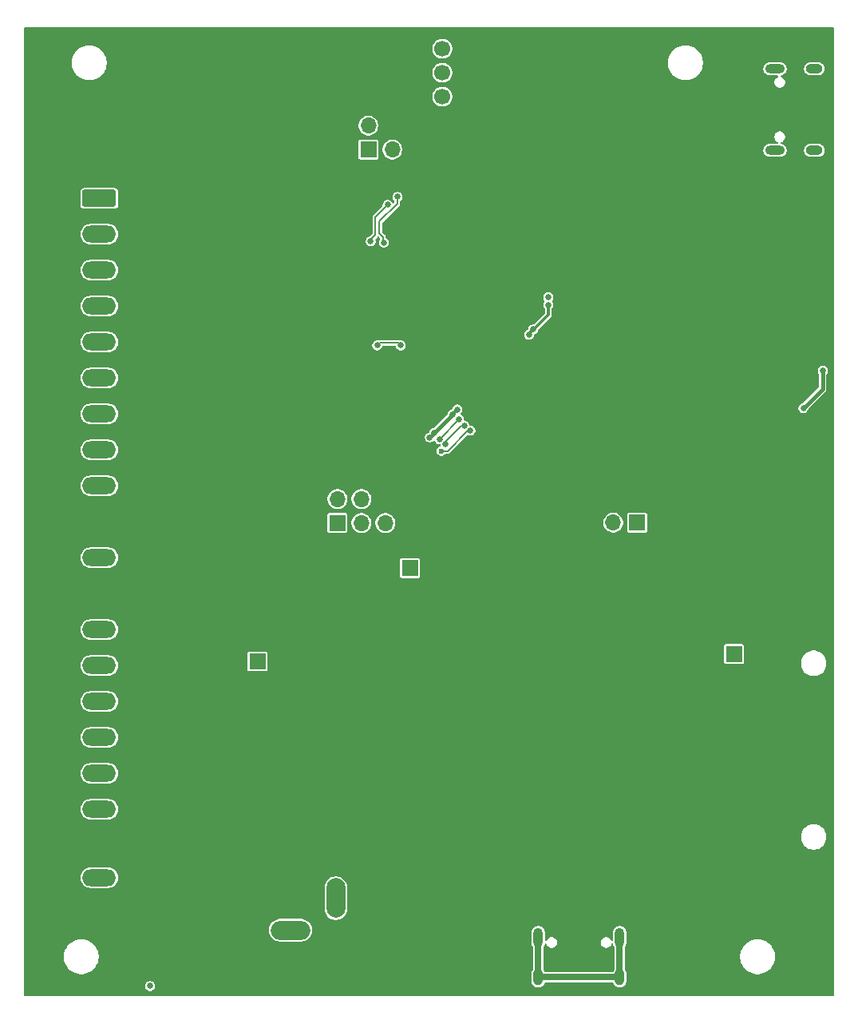
<source format=gbr>
%TF.GenerationSoftware,KiCad,Pcbnew,9.0.2*%
%TF.CreationDate,2025-12-23T12:34:07+01:00*%
%TF.ProjectId,HilBox,48696c42-6f78-42e6-9b69-6361645f7063,rev?*%
%TF.SameCoordinates,Original*%
%TF.FileFunction,Copper,L2,Bot*%
%TF.FilePolarity,Positive*%
%FSLAX46Y46*%
G04 Gerber Fmt 4.6, Leading zero omitted, Abs format (unit mm)*
G04 Created by KiCad (PCBNEW 9.0.2) date 2025-12-23 12:34:07*
%MOMM*%
%LPD*%
G01*
G04 APERTURE LIST*
G04 Aperture macros list*
%AMRoundRect*
0 Rectangle with rounded corners*
0 $1 Rounding radius*
0 $2 $3 $4 $5 $6 $7 $8 $9 X,Y pos of 4 corners*
0 Add a 4 corners polygon primitive as box body*
4,1,4,$2,$3,$4,$5,$6,$7,$8,$9,$2,$3,0*
0 Add four circle primitives for the rounded corners*
1,1,$1+$1,$2,$3*
1,1,$1+$1,$4,$5*
1,1,$1+$1,$6,$7*
1,1,$1+$1,$8,$9*
0 Add four rect primitives between the rounded corners*
20,1,$1+$1,$2,$3,$4,$5,0*
20,1,$1+$1,$4,$5,$6,$7,0*
20,1,$1+$1,$6,$7,$8,$9,0*
20,1,$1+$1,$8,$9,$2,$3,0*%
G04 Aperture macros list end*
%TA.AperFunction,HeatsinkPad*%
%ADD10O,1.800000X1.000000*%
%TD*%
%TA.AperFunction,HeatsinkPad*%
%ADD11O,2.100000X1.000000*%
%TD*%
%TA.AperFunction,ComponentPad*%
%ADD12O,1.700000X1.700000*%
%TD*%
%TA.AperFunction,ComponentPad*%
%ADD13R,1.700000X1.700000*%
%TD*%
%TA.AperFunction,ComponentPad*%
%ADD14O,3.600000X1.800000*%
%TD*%
%TA.AperFunction,ComponentPad*%
%ADD15RoundRect,0.250000X-1.550000X0.650000X-1.550000X-0.650000X1.550000X-0.650000X1.550000X0.650000X0*%
%TD*%
%TA.AperFunction,ComponentPad*%
%ADD16O,2.000000X4.200000*%
%TD*%
%TA.AperFunction,ComponentPad*%
%ADD17O,4.200000X2.000000*%
%TD*%
%TA.AperFunction,ComponentPad*%
%ADD18R,4.600000X2.000000*%
%TD*%
%TA.AperFunction,ComponentPad*%
%ADD19C,1.700000*%
%TD*%
%TA.AperFunction,HeatsinkPad*%
%ADD20O,1.000000X2.100000*%
%TD*%
%TA.AperFunction,HeatsinkPad*%
%ADD21O,1.000000X1.800000*%
%TD*%
%TA.AperFunction,ViaPad*%
%ADD22C,0.650000*%
%TD*%
%TA.AperFunction,ViaPad*%
%ADD23C,0.600000*%
%TD*%
%TA.AperFunction,Conductor*%
%ADD24C,0.200000*%
%TD*%
%TA.AperFunction,Conductor*%
%ADD25C,0.300000*%
%TD*%
%TA.AperFunction,Conductor*%
%ADD26C,0.400000*%
%TD*%
%TA.AperFunction,Conductor*%
%ADD27C,0.700000*%
%TD*%
G04 APERTURE END LIST*
D10*
%TO.P,J7,S1,SHIELD*%
%TO.N,Net-(J7-SHIELD)*%
X118375000Y-54880000D03*
D11*
X114195000Y-54880000D03*
D10*
X118375000Y-63520000D03*
D11*
X114195000Y-63520000D03*
%TD*%
D12*
%TO.P,J24,6,Pin_6*%
%TO.N,GND*%
X72855000Y-100485000D03*
%TO.P,J24,5,Pin_5*%
%TO.N,unconnected-(J24-Pin_5-Pad5)*%
X72854999Y-103025000D03*
%TO.P,J24,4,Pin_4*%
%TO.N,Net-(J24-Pin_4)*%
X70315000Y-100485000D03*
%TO.P,J24,3,Pin_3*%
%TO.N,Net-(J24-Pin_3)*%
X70315000Y-103025000D03*
%TO.P,J24,2,Pin_2*%
%TO.N,Net-(J24-Pin_2)*%
X67775000Y-100485000D03*
D13*
%TO.P,J24,1,Pin_1*%
%TO.N,3V3*%
X67775000Y-103025000D03*
%TD*%
D14*
%TO.P,J1,20,Pin_20*%
%TO.N,Vin*%
X42519600Y-140614400D03*
%TO.P,J1,19,Pin_19*%
%TO.N,GND*%
X42519600Y-137199400D03*
%TO.P,J1,18,Pin_18*%
%TO.N,CANH*%
X42519600Y-133389400D03*
%TO.P,J1,17,Pin_17*%
%TO.N,CANL*%
X42519600Y-129579400D03*
%TO.P,J1,16,Pin_16*%
%TO.N,RS485_B*%
X42519600Y-125769400D03*
%TO.P,J1,15,Pin_15*%
%TO.N,RS485_A*%
X42519600Y-121959400D03*
%TO.P,J1,14,Pin_14*%
%TO.N,AUXUART_TX*%
X42519600Y-118149400D03*
%TO.P,J1,13,Pin_13*%
%TO.N,AUXUART_RX*%
X42519600Y-114339400D03*
%TO.P,J1,12,Pin_12*%
%TO.N,GND*%
X42519600Y-110529400D03*
%TO.P,J1,11,Pin_11*%
%TO.N,SM*%
X42519600Y-106719400D03*
%TO.P,J1,10,Pin_10*%
%TO.N,GND*%
X42519600Y-102909400D03*
%TO.P,J1,9,Pin_9*%
%TO.N,SR*%
X42519600Y-99099400D03*
%TO.P,J1,8,Pin_8*%
%TO.N,RLY1_A*%
X42519600Y-95289400D03*
%TO.P,J1,7,Pin_7*%
%TO.N,RLY1_B*%
X42519600Y-91479400D03*
%TO.P,J1,6,Pin_6*%
%TO.N,RLY2_A*%
X42519600Y-87669400D03*
%TO.P,J1,5,Pin_5*%
%TO.N,RLY2_B*%
X42519600Y-83859400D03*
%TO.P,J1,4,Pin_4*%
%TO.N,RLY3_A*%
X42519600Y-80049400D03*
%TO.P,J1,3,Pin_3*%
%TO.N,RLY3_B*%
X42519600Y-76239400D03*
%TO.P,J1,2,Pin_2*%
%TO.N,RLY4_A*%
X42519600Y-72429400D03*
D15*
%TO.P,J1,1,Pin_1*%
%TO.N,RLY4_B*%
X42519600Y-68619400D03*
%TD*%
D16*
%TO.P,J2,3*%
%TO.N,N/C*%
X67600000Y-142800000D03*
D17*
%TO.P,J2,2*%
%TO.N,Net-(C55-Pad1)*%
X62800000Y-146200000D03*
D18*
%TO.P,J2,1*%
%TO.N,GND*%
X62800000Y-139900000D03*
%TD*%
D13*
%TO.P,J22,1,Pin_1*%
%TO.N,3V3*%
X75475000Y-107800000D03*
D12*
%TO.P,J22,2,Pin_2*%
%TO.N,GND*%
X72935000Y-107800000D03*
%TD*%
D13*
%TO.P,J8,1,Pin_1*%
%TO.N,GND*%
X78900000Y-60380000D03*
D19*
%TO.P,J8,2,Pin_2*%
%TO.N,USB_TX_OUT*%
X78900000Y-57840000D03*
%TO.P,J8,3,Pin_3*%
%TO.N,USB_RX_OUT*%
X78900000Y-55300000D03*
%TO.P,J8,4,Pin_4*%
%TO.N,5V_USB'*%
X78900000Y-52760000D03*
%TD*%
D13*
%TO.P,J21,1,Pin_1*%
%TO.N,5V*%
X109850000Y-116925000D03*
D12*
%TO.P,J21,2,Pin_2*%
%TO.N,GND*%
X109850000Y-119465000D03*
%TD*%
D13*
%TO.P,J20,1,Pin_1*%
%TO.N,Net-(J20-Pin_1)*%
X71060000Y-63440000D03*
D12*
%TO.P,J20,2,Pin_2*%
%TO.N,Net-(J20-Pin_2)*%
X71060000Y-60900000D03*
%TO.P,J20,3,Pin_3*%
%TO.N,Net-(J20-Pin_3)*%
X73600000Y-63440000D03*
%TO.P,J20,4,Pin_4*%
%TO.N,GND*%
X73600000Y-60900000D03*
%TD*%
D13*
%TO.P,J23,1,Pin_1*%
%TO.N,11V*%
X59300000Y-117700000D03*
D12*
%TO.P,J23,2,Pin_2*%
%TO.N,GND*%
X61840000Y-117700000D03*
%TD*%
D13*
%TO.P,J11,1,Pin_1*%
%TO.N,Net-(J11-Pin_1)*%
X99580000Y-103000000D03*
D12*
%TO.P,J11,2,Pin_2*%
%TO.N,Net-(J11-Pin_2)*%
X97040000Y-103000000D03*
%TO.P,J11,3,Pin_3*%
%TO.N,GND*%
X94500000Y-103000000D03*
%TD*%
D20*
%TO.P,J5,S1,SHIELD*%
%TO.N,Net-(J5-SHIELD)*%
X89080000Y-146995000D03*
D21*
X89080000Y-151175000D03*
D20*
X97720000Y-146995000D03*
D21*
X97720000Y-151175000D03*
%TD*%
D22*
%TO.N,*%
X47900000Y-152100000D03*
%TO.N,GND*%
X63800000Y-94100000D03*
X75600000Y-51100000D03*
X102900000Y-74000000D03*
X51800000Y-116500000D03*
X52600000Y-118600000D03*
X39500000Y-120500000D03*
X47900000Y-125000000D03*
X45900000Y-130100000D03*
X56300000Y-129500000D03*
X53100000Y-128100000D03*
X61400000Y-124300000D03*
X76500000Y-99100000D03*
X72800000Y-97200000D03*
X69300000Y-97500000D03*
X67900000Y-98900000D03*
X120100000Y-87700000D03*
X44900000Y-82900000D03*
X49000000Y-90000000D03*
X54000000Y-77500000D03*
X54800000Y-79200000D03*
X56200000Y-86600000D03*
X60600000Y-82600000D03*
X57000000Y-79500000D03*
X60500000Y-72000000D03*
X65900000Y-67400000D03*
X63900000Y-68800000D03*
X68300000Y-70900000D03*
X59400000Y-78100000D03*
X64300000Y-77600000D03*
X72300000Y-131400000D03*
X78600000Y-138800000D03*
X91200000Y-132000000D03*
X106800000Y-120500000D03*
X101400000Y-119100000D03*
X95000000Y-125800000D03*
X96000000Y-119700000D03*
X95400000Y-118200000D03*
X92800000Y-117300000D03*
X91000000Y-118100000D03*
X104200000Y-128100000D03*
X99100000Y-131100000D03*
X102900000Y-129700000D03*
X94300000Y-134200000D03*
X82300000Y-138700000D03*
X86500000Y-140700000D03*
X66000000Y-143100000D03*
X62500000Y-142200000D03*
X69100000Y-152500000D03*
X35600000Y-152600000D03*
X66100000Y-102500000D03*
X83200000Y-104600000D03*
X94200000Y-88500000D03*
X91700000Y-85700000D03*
X82600000Y-94000000D03*
X81600000Y-91300000D03*
X79600000Y-90000000D03*
X78100000Y-90600000D03*
X74400000Y-94000000D03*
X75400000Y-89500000D03*
X80600000Y-84700000D03*
X74400000Y-85400000D03*
X87800000Y-80800000D03*
X86600000Y-79600000D03*
X89600000Y-77100000D03*
X87400000Y-73500000D03*
X97000000Y-81700000D03*
X94400000Y-73800000D03*
X92800000Y-76600000D03*
X69000000Y-80900000D03*
X73800000Y-73100000D03*
X44300000Y-74900000D03*
X44900000Y-71500000D03*
X60200000Y-57500000D03*
X60600000Y-60900000D03*
X58700000Y-66400000D03*
X58400000Y-68700000D03*
X60100000Y-67800000D03*
X56900000Y-65300000D03*
X56700000Y-58400000D03*
X35300000Y-51400000D03*
X59900000Y-51200000D03*
X63900000Y-58000000D03*
X70900000Y-70200000D03*
X84800000Y-57600000D03*
X84700000Y-52500000D03*
X81400000Y-54500000D03*
X77600000Y-51900000D03*
X105600000Y-61600000D03*
X95100000Y-55600000D03*
X99200000Y-58100000D03*
X91900000Y-59400000D03*
X91600000Y-51600000D03*
X94900000Y-51600000D03*
X99000000Y-51500000D03*
X116000000Y-64300000D03*
X109800000Y-62900000D03*
X110300000Y-61100000D03*
X112300000Y-58200000D03*
X112600000Y-55000000D03*
X119200000Y-53900000D03*
X118500000Y-51600000D03*
X116200000Y-54000000D03*
X111100000Y-54500000D03*
X108500000Y-51500000D03*
X101200000Y-51500000D03*
X119100000Y-83800000D03*
X118500000Y-86100000D03*
X105500000Y-83300000D03*
X109400000Y-83900000D03*
X108000000Y-74800000D03*
X113600000Y-78300000D03*
X119000000Y-78400000D03*
X112000000Y-72500000D03*
X119300000Y-68100000D03*
X109900000Y-65500000D03*
X109100000Y-67800000D03*
X61000000Y-93300000D03*
X61400000Y-102400000D03*
X62500000Y-97200000D03*
X50000000Y-106900000D03*
X56100000Y-94900000D03*
X53800000Y-96800000D03*
X57800000Y-96800000D03*
X47000000Y-101500000D03*
X101500000Y-138300000D03*
X97400000Y-145200000D03*
X100900000Y-140700000D03*
X107700000Y-145100000D03*
X108000000Y-143300000D03*
X109400000Y-142400000D03*
X114300000Y-140400000D03*
X119700000Y-152500000D03*
X115800000Y-131100000D03*
X119900000Y-129500000D03*
X116200000Y-122300000D03*
X119800000Y-120300000D03*
X117100000Y-110700000D03*
X112300000Y-109500000D03*
X103400000Y-104000000D03*
X114600000Y-103600000D03*
X109600000Y-104800000D03*
X108200000Y-100300000D03*
X111300000Y-100100000D03*
X89200000Y-103800000D03*
X92100000Y-103900000D03*
D23*
X87800000Y-102700000D03*
D22*
X61400000Y-130300000D03*
X99500000Y-96500000D03*
X101900000Y-91800000D03*
X95700000Y-102000000D03*
X92900000Y-102100000D03*
%TO.N,SPI_SCK*%
X72700000Y-73300000D03*
X74141942Y-68458058D03*
%TO.N,GND*%
X67600000Y-79000000D03*
%TO.N,SPI_MOSI*%
X71300000Y-73175000D03*
X73100000Y-69300000D03*
%TO.N,GND*%
X99800000Y-88900000D03*
X100400000Y-82700000D03*
%TO.N,5V*%
X119250000Y-86900000D03*
X117200000Y-90850000D03*
%TO.N,ADC1_IN12*%
X79258973Y-94686895D03*
%TO.N,ADC1_IN11*%
X81886383Y-93227270D03*
%TO.N,ADC1_IN12*%
X81220565Y-92698885D03*
%TO.N,ADC1_IN13*%
X80665960Y-92054745D03*
X78600000Y-94150000D03*
D23*
%TO.N,GND*%
X92700000Y-74500000D03*
D22*
%TO.N,3V3*%
X90150000Y-79100000D03*
X90150000Y-79900000D03*
X88100000Y-83050000D03*
X88550000Y-82500000D03*
%TO.N,ANSENS_CS1*%
X72000000Y-84200000D03*
X74500000Y-84200000D03*
%TO.N,3V3*%
X80011888Y-91511888D03*
X80500000Y-91000000D03*
X77561888Y-93961888D03*
X78058393Y-93465383D03*
D23*
%TO.N,GND*%
X107975000Y-138550000D03*
X78275000Y-117425000D03*
X80100000Y-144900000D03*
X73510000Y-67090000D03*
X83900000Y-132900000D03*
X50650000Y-132701250D03*
X95200000Y-144800000D03*
X88800000Y-108300000D03*
X93750000Y-107875000D03*
X86100000Y-102200000D03*
X74000000Y-104200000D03*
X95700000Y-90800000D03*
X79950000Y-124375000D03*
X91925000Y-115975000D03*
X89300000Y-83600000D03*
X97300000Y-77400000D03*
X104500000Y-133375000D03*
X90275000Y-142525000D03*
X67750000Y-108350000D03*
X77300000Y-133325000D03*
D22*
X98500000Y-77700000D03*
D23*
X77250000Y-110750000D03*
X95000000Y-82100000D03*
X87150000Y-152600000D03*
X65400000Y-112850000D03*
X88600000Y-98450000D03*
X97900000Y-133500000D03*
X75750000Y-105650000D03*
X84150000Y-142270000D03*
X80475000Y-115000000D03*
X80500000Y-134500000D03*
X87200000Y-98875000D03*
X63925000Y-120075000D03*
X95800000Y-140600000D03*
X91560724Y-80639278D03*
X86025000Y-97500000D03*
X83675000Y-85925000D03*
X97300000Y-114550000D03*
X74950000Y-99000000D03*
X80650000Y-136550000D03*
X83600000Y-120375000D03*
X76650000Y-118250000D03*
X96200000Y-84800000D03*
X93700000Y-81600000D03*
X68350000Y-128200000D03*
X73025000Y-124475000D03*
D22*
X99700000Y-78900000D03*
D23*
X85325000Y-110225000D03*
X64600000Y-123700000D03*
X92800000Y-140600000D03*
X97400000Y-136600000D03*
X86000000Y-76800000D03*
X64324265Y-126800000D03*
X103100000Y-137075000D03*
X101500000Y-135500000D03*
X92700000Y-94300000D03*
X102700000Y-152600000D03*
%TO.N,ADC1_IN11*%
X78800000Y-95400000D03*
%TD*%
D24*
%TO.N,ANSENS_CS1*%
X72250000Y-83950000D02*
X72000000Y-84200000D01*
X74500000Y-84200000D02*
X74250000Y-83950000D01*
X74250000Y-83950000D02*
X72250000Y-83950000D01*
%TO.N,SPI_MOSI*%
X71800000Y-70600000D02*
X73100000Y-69300000D01*
X71800000Y-72525000D02*
X71800000Y-70600000D01*
X71300000Y-73175000D02*
X71300000Y-73025000D01*
X71300000Y-73025000D02*
X71800000Y-72525000D01*
%TO.N,SPI_SCK*%
X74141942Y-69143356D02*
X74141942Y-68458058D01*
X72201000Y-71084298D02*
X74141942Y-69143356D01*
X72201000Y-72301000D02*
X72201000Y-71084298D01*
X72600000Y-72700000D02*
X72201000Y-72301000D01*
X72600000Y-73200000D02*
X72600000Y-72700000D01*
X72700000Y-73300000D02*
X72600000Y-73200000D01*
D25*
%TO.N,3V3*%
X80011888Y-91488112D02*
X80500000Y-91000000D01*
X80011888Y-91511888D02*
X80011888Y-91488112D01*
D26*
%TO.N,5V*%
X119250000Y-88800000D02*
X119250000Y-86900000D01*
X117200000Y-90850000D02*
X119250000Y-88800000D01*
D24*
%TO.N,ADC1_IN11*%
X79450000Y-95400000D02*
X81622730Y-93227270D01*
X78800000Y-95400000D02*
X79450000Y-95400000D01*
X81622730Y-93227270D02*
X81886383Y-93227270D01*
%TO.N,ADC1_IN12*%
X79258973Y-94376325D02*
X79258973Y-94686895D01*
X80936413Y-92698885D02*
X79258973Y-94376325D01*
X81220565Y-92698885D02*
X80936413Y-92698885D01*
%TO.N,ADC1_IN13*%
X80665960Y-92084040D02*
X78600000Y-94150000D01*
X80665960Y-92054745D02*
X80665960Y-92084040D01*
D25*
%TO.N,3V3*%
X90150000Y-79100000D02*
X90150000Y-79000000D01*
X90150000Y-80950000D02*
X90150000Y-79900000D01*
X88550000Y-82500000D02*
X88600000Y-82500000D01*
X88600000Y-82500000D02*
X90150000Y-80950000D01*
X88100000Y-82950000D02*
X88550000Y-82500000D01*
X88100000Y-83050000D02*
X88100000Y-82950000D01*
D26*
X80011888Y-91511888D02*
X77561888Y-93961888D01*
D27*
%TO.N,Net-(J5-SHIELD)*%
X89080000Y-151175000D02*
X97720000Y-151175000D01*
X97720000Y-151175000D02*
X97720000Y-146995000D01*
X89080000Y-146995000D02*
X89080000Y-151175000D01*
%TD*%
%TA.AperFunction,Conductor*%
%TO.N,GND*%
G36*
X120458691Y-50519407D02*
G01*
X120494655Y-50568907D01*
X120499500Y-50599500D01*
X120499500Y-153100500D01*
X120480593Y-153158691D01*
X120431093Y-153194655D01*
X120400500Y-153199500D01*
X34599500Y-153199500D01*
X34541309Y-153180593D01*
X34505345Y-153131093D01*
X34500500Y-153100500D01*
X34500500Y-152030817D01*
X47374500Y-152030817D01*
X47374500Y-152169183D01*
X47410312Y-152302836D01*
X47479495Y-152422665D01*
X47577335Y-152520505D01*
X47697164Y-152589688D01*
X47830817Y-152625500D01*
X47830819Y-152625500D01*
X47969181Y-152625500D01*
X47969183Y-152625500D01*
X48102836Y-152589688D01*
X48222665Y-152520505D01*
X48320505Y-152422665D01*
X48389688Y-152302836D01*
X48425500Y-152169183D01*
X48425500Y-152030817D01*
X48389688Y-151897164D01*
X48320505Y-151777335D01*
X48222665Y-151679495D01*
X48102836Y-151610312D01*
X47969183Y-151574500D01*
X47830817Y-151574500D01*
X47697164Y-151610312D01*
X47577335Y-151679495D01*
X47479495Y-151777335D01*
X47410312Y-151897164D01*
X47374500Y-152030817D01*
X34500500Y-152030817D01*
X34500500Y-148878710D01*
X38749500Y-148878710D01*
X38749500Y-149121289D01*
X38781161Y-149361781D01*
X38781161Y-149361786D01*
X38843944Y-149596092D01*
X38843948Y-149596105D01*
X38936772Y-149820204D01*
X38936774Y-149820208D01*
X38936776Y-149820212D01*
X39058064Y-150030289D01*
X39058066Y-150030292D01*
X39205729Y-150222731D01*
X39205731Y-150222733D01*
X39205735Y-150222738D01*
X39377262Y-150394265D01*
X39377266Y-150394268D01*
X39377268Y-150394270D01*
X39441012Y-150443182D01*
X39569711Y-150541936D01*
X39779788Y-150663224D01*
X40003900Y-150756054D01*
X40238211Y-150818838D01*
X40478712Y-150850500D01*
X40478713Y-150850500D01*
X40721287Y-150850500D01*
X40721288Y-150850500D01*
X40961789Y-150818838D01*
X41196100Y-150756054D01*
X41420212Y-150663224D01*
X41630289Y-150541936D01*
X41822738Y-150394265D01*
X41994265Y-150222738D01*
X42141936Y-150030289D01*
X42263224Y-149820212D01*
X42356054Y-149596100D01*
X42418838Y-149361789D01*
X42450500Y-149121288D01*
X42450500Y-148878712D01*
X42418838Y-148638211D01*
X42356054Y-148403900D01*
X42263224Y-148179788D01*
X42141936Y-147969711D01*
X42131043Y-147955515D01*
X41994270Y-147777268D01*
X41994268Y-147777266D01*
X41994265Y-147777262D01*
X41822738Y-147605735D01*
X41822733Y-147605731D01*
X41822731Y-147605729D01*
X41630292Y-147458066D01*
X41563033Y-147419234D01*
X41420212Y-147336776D01*
X41420208Y-147336774D01*
X41420204Y-147336772D01*
X41196105Y-147243948D01*
X41196104Y-147243947D01*
X41196100Y-147243946D01*
X40961789Y-147181162D01*
X40961786Y-147181161D01*
X40961784Y-147181161D01*
X40721289Y-147149500D01*
X40721288Y-147149500D01*
X40478712Y-147149500D01*
X40478710Y-147149500D01*
X40238218Y-147181161D01*
X40238213Y-147181161D01*
X40003907Y-147243944D01*
X40003894Y-147243948D01*
X39779795Y-147336772D01*
X39569707Y-147458066D01*
X39377268Y-147605729D01*
X39205729Y-147777268D01*
X39058066Y-147969707D01*
X38936772Y-148179795D01*
X38843948Y-148403894D01*
X38843944Y-148403907D01*
X38781161Y-148638213D01*
X38781161Y-148638218D01*
X38749500Y-148878710D01*
X34500500Y-148878710D01*
X34500500Y-146105515D01*
X60499500Y-146105515D01*
X60499500Y-146294484D01*
X60529058Y-146481113D01*
X60529060Y-146481118D01*
X60587453Y-146660832D01*
X60673240Y-146829199D01*
X60784310Y-146982073D01*
X60917927Y-147115690D01*
X61070801Y-147226760D01*
X61239168Y-147312547D01*
X61418882Y-147370940D01*
X61418883Y-147370940D01*
X61418886Y-147370941D01*
X61605516Y-147400500D01*
X61605519Y-147400500D01*
X63994484Y-147400500D01*
X64181113Y-147370941D01*
X64181114Y-147370940D01*
X64181118Y-147370940D01*
X64360832Y-147312547D01*
X64529199Y-147226760D01*
X64682073Y-147115690D01*
X64815690Y-146982073D01*
X64926760Y-146829199D01*
X65012547Y-146660832D01*
X65070940Y-146481118D01*
X65087588Y-146376004D01*
X88379500Y-146376004D01*
X88379500Y-147613995D01*
X88406420Y-147749327D01*
X88406420Y-147749329D01*
X88459223Y-147876808D01*
X88512815Y-147957013D01*
X88529500Y-148012015D01*
X88529500Y-150307984D01*
X88512815Y-150362986D01*
X88459228Y-150443182D01*
X88459222Y-150443193D01*
X88406420Y-150570670D01*
X88406420Y-150570672D01*
X88379500Y-150706004D01*
X88379500Y-151643995D01*
X88406420Y-151779327D01*
X88406420Y-151779329D01*
X88459222Y-151906806D01*
X88459228Y-151906817D01*
X88535885Y-152021541D01*
X88633458Y-152119114D01*
X88748182Y-152195771D01*
X88748193Y-152195777D01*
X88795283Y-152215282D01*
X88875672Y-152248580D01*
X89011007Y-152275500D01*
X89011008Y-152275500D01*
X89148992Y-152275500D01*
X89148993Y-152275500D01*
X89284328Y-152248580D01*
X89411811Y-152195775D01*
X89526542Y-152119114D01*
X89624114Y-152021542D01*
X89700775Y-151906811D01*
X89750562Y-151786615D01*
X89790298Y-151740089D01*
X89842026Y-151725500D01*
X96957974Y-151725500D01*
X97016165Y-151744407D01*
X97049438Y-151786615D01*
X97099222Y-151906806D01*
X97099228Y-151906817D01*
X97175885Y-152021541D01*
X97273458Y-152119114D01*
X97388182Y-152195771D01*
X97388193Y-152195777D01*
X97435283Y-152215282D01*
X97515672Y-152248580D01*
X97651007Y-152275500D01*
X97651008Y-152275500D01*
X97788992Y-152275500D01*
X97788993Y-152275500D01*
X97924328Y-152248580D01*
X98051811Y-152195775D01*
X98166542Y-152119114D01*
X98264114Y-152021542D01*
X98340775Y-151906811D01*
X98393580Y-151779328D01*
X98420500Y-151643993D01*
X98420500Y-150706007D01*
X98393580Y-150570672D01*
X98340775Y-150443189D01*
X98340774Y-150443187D01*
X98340771Y-150443182D01*
X98287185Y-150362986D01*
X98270500Y-150307984D01*
X98270500Y-148878710D01*
X110499500Y-148878710D01*
X110499500Y-149121289D01*
X110531161Y-149361781D01*
X110531161Y-149361786D01*
X110593944Y-149596092D01*
X110593948Y-149596105D01*
X110686772Y-149820204D01*
X110686774Y-149820208D01*
X110686776Y-149820212D01*
X110808064Y-150030289D01*
X110808066Y-150030292D01*
X110955729Y-150222731D01*
X110955731Y-150222733D01*
X110955735Y-150222738D01*
X111127262Y-150394265D01*
X111127266Y-150394268D01*
X111127268Y-150394270D01*
X111191012Y-150443182D01*
X111319711Y-150541936D01*
X111529788Y-150663224D01*
X111753900Y-150756054D01*
X111988211Y-150818838D01*
X112228712Y-150850500D01*
X112228713Y-150850500D01*
X112471287Y-150850500D01*
X112471288Y-150850500D01*
X112711789Y-150818838D01*
X112946100Y-150756054D01*
X113170212Y-150663224D01*
X113380289Y-150541936D01*
X113572738Y-150394265D01*
X113744265Y-150222738D01*
X113891936Y-150030289D01*
X114013224Y-149820212D01*
X114106054Y-149596100D01*
X114168838Y-149361789D01*
X114200500Y-149121288D01*
X114200500Y-148878712D01*
X114168838Y-148638211D01*
X114106054Y-148403900D01*
X114013224Y-148179788D01*
X113891936Y-147969711D01*
X113881043Y-147955515D01*
X113744270Y-147777268D01*
X113744268Y-147777266D01*
X113744265Y-147777262D01*
X113572738Y-147605735D01*
X113572733Y-147605731D01*
X113572731Y-147605729D01*
X113380292Y-147458066D01*
X113313033Y-147419234D01*
X113170212Y-147336776D01*
X113170208Y-147336774D01*
X113170204Y-147336772D01*
X112946105Y-147243948D01*
X112946104Y-147243947D01*
X112946100Y-147243946D01*
X112711789Y-147181162D01*
X112711786Y-147181161D01*
X112711784Y-147181161D01*
X112471289Y-147149500D01*
X112471288Y-147149500D01*
X112228712Y-147149500D01*
X112228710Y-147149500D01*
X111988218Y-147181161D01*
X111988213Y-147181161D01*
X111753907Y-147243944D01*
X111753894Y-147243948D01*
X111529795Y-147336772D01*
X111319707Y-147458066D01*
X111127268Y-147605729D01*
X110955729Y-147777268D01*
X110808066Y-147969707D01*
X110686772Y-148179795D01*
X110593948Y-148403894D01*
X110593944Y-148403907D01*
X110531161Y-148638213D01*
X110531161Y-148638218D01*
X110499500Y-148878710D01*
X98270500Y-148878710D01*
X98270500Y-148012015D01*
X98287185Y-147957013D01*
X98288186Y-147955515D01*
X98340775Y-147876811D01*
X98393580Y-147749328D01*
X98420500Y-147613993D01*
X98420500Y-146376007D01*
X98393580Y-146240672D01*
X98340775Y-146113189D01*
X98340774Y-146113187D01*
X98340771Y-146113182D01*
X98264114Y-145998458D01*
X98166541Y-145900885D01*
X98051817Y-145824228D01*
X98051806Y-145824222D01*
X97924328Y-145771420D01*
X97788995Y-145744500D01*
X97788993Y-145744500D01*
X97651007Y-145744500D01*
X97651004Y-145744500D01*
X97515672Y-145771420D01*
X97515670Y-145771420D01*
X97388193Y-145824222D01*
X97388182Y-145824228D01*
X97273458Y-145900885D01*
X97175885Y-145998458D01*
X97099228Y-146113182D01*
X97099222Y-146113193D01*
X97046420Y-146240670D01*
X97046420Y-146240672D01*
X97019500Y-146376004D01*
X97019500Y-147241989D01*
X97000593Y-147300180D01*
X96951093Y-147336144D01*
X96889907Y-147336144D01*
X96840407Y-147300180D01*
X96829993Y-147278347D01*
X96828763Y-147278857D01*
X96826279Y-147272861D01*
X96750518Y-147141639D01*
X96750516Y-147141637D01*
X96750515Y-147141635D01*
X96643365Y-147034485D01*
X96643362Y-147034483D01*
X96643360Y-147034481D01*
X96512138Y-146958720D01*
X96512140Y-146958720D01*
X96455347Y-146943503D01*
X96365766Y-146919500D01*
X96214234Y-146919500D01*
X96124652Y-146943503D01*
X96067860Y-146958720D01*
X95936639Y-147034481D01*
X95829481Y-147141639D01*
X95753720Y-147272860D01*
X95739745Y-147325016D01*
X95714500Y-147419234D01*
X95714500Y-147570766D01*
X95736700Y-147653617D01*
X95753720Y-147717139D01*
X95829481Y-147848360D01*
X95829483Y-147848362D01*
X95829485Y-147848365D01*
X95936635Y-147955515D01*
X95936637Y-147955516D01*
X95936639Y-147955518D01*
X96067861Y-148031279D01*
X96067859Y-148031279D01*
X96067863Y-148031280D01*
X96067865Y-148031281D01*
X96214234Y-148070500D01*
X96214236Y-148070500D01*
X96365764Y-148070500D01*
X96365766Y-148070500D01*
X96512135Y-148031281D01*
X96512137Y-148031279D01*
X96512139Y-148031279D01*
X96643360Y-147955518D01*
X96643360Y-147955517D01*
X96643365Y-147955515D01*
X96750515Y-147848365D01*
X96826281Y-147717135D01*
X96839060Y-147669440D01*
X96872382Y-147618128D01*
X96929503Y-147596201D01*
X96988604Y-147612036D01*
X97027110Y-147659585D01*
X97031784Y-147675750D01*
X97046420Y-147749329D01*
X97099223Y-147876808D01*
X97152815Y-147957013D01*
X97169500Y-148012015D01*
X97169500Y-150307984D01*
X97152815Y-150362986D01*
X97099228Y-150443182D01*
X97099222Y-150443193D01*
X97049438Y-150563385D01*
X97009702Y-150609911D01*
X96957974Y-150624500D01*
X89842026Y-150624500D01*
X89783835Y-150605593D01*
X89750562Y-150563385D01*
X89700777Y-150443193D01*
X89700771Y-150443182D01*
X89647185Y-150362986D01*
X89630500Y-150307984D01*
X89630500Y-148012015D01*
X89647185Y-147957013D01*
X89648186Y-147955515D01*
X89700775Y-147876811D01*
X89753580Y-147749328D01*
X89768215Y-147675749D01*
X89798112Y-147622367D01*
X89853677Y-147596751D01*
X89913686Y-147608688D01*
X89955219Y-147653617D01*
X89960940Y-147669442D01*
X89973720Y-147717139D01*
X90049481Y-147848360D01*
X90049483Y-147848362D01*
X90049485Y-147848365D01*
X90156635Y-147955515D01*
X90156637Y-147955516D01*
X90156639Y-147955518D01*
X90287861Y-148031279D01*
X90287859Y-148031279D01*
X90287863Y-148031280D01*
X90287865Y-148031281D01*
X90434234Y-148070500D01*
X90434236Y-148070500D01*
X90585764Y-148070500D01*
X90585766Y-148070500D01*
X90732135Y-148031281D01*
X90732137Y-148031279D01*
X90732139Y-148031279D01*
X90863360Y-147955518D01*
X90863360Y-147955517D01*
X90863365Y-147955515D01*
X90970515Y-147848365D01*
X91027694Y-147749329D01*
X91046279Y-147717139D01*
X91046279Y-147717137D01*
X91046281Y-147717135D01*
X91085500Y-147570766D01*
X91085500Y-147419234D01*
X91046281Y-147272865D01*
X91046279Y-147272861D01*
X91046279Y-147272860D01*
X90970518Y-147141639D01*
X90970516Y-147141637D01*
X90970515Y-147141635D01*
X90863365Y-147034485D01*
X90863362Y-147034483D01*
X90863360Y-147034481D01*
X90732138Y-146958720D01*
X90732140Y-146958720D01*
X90675347Y-146943503D01*
X90585766Y-146919500D01*
X90434234Y-146919500D01*
X90344652Y-146943503D01*
X90287860Y-146958720D01*
X90156639Y-147034481D01*
X90049481Y-147141639D01*
X89973720Y-147272861D01*
X89971237Y-147278857D01*
X89968548Y-147277743D01*
X89941800Y-147318928D01*
X89884678Y-147340853D01*
X89825578Y-147325016D01*
X89787075Y-147277465D01*
X89780500Y-147241989D01*
X89780500Y-146376008D01*
X89780499Y-146376004D01*
X89776452Y-146355657D01*
X89753580Y-146240672D01*
X89700775Y-146113189D01*
X89700774Y-146113187D01*
X89700771Y-146113182D01*
X89624114Y-145998458D01*
X89526541Y-145900885D01*
X89411817Y-145824228D01*
X89411806Y-145824222D01*
X89284328Y-145771420D01*
X89148995Y-145744500D01*
X89148993Y-145744500D01*
X89011007Y-145744500D01*
X89011004Y-145744500D01*
X88875672Y-145771420D01*
X88875670Y-145771420D01*
X88748193Y-145824222D01*
X88748182Y-145824228D01*
X88633458Y-145900885D01*
X88535885Y-145998458D01*
X88459228Y-146113182D01*
X88459222Y-146113193D01*
X88406420Y-146240670D01*
X88406420Y-146240672D01*
X88379500Y-146376004D01*
X65087588Y-146376004D01*
X65100500Y-146294481D01*
X65100500Y-146105519D01*
X65100500Y-146105515D01*
X65070941Y-145918886D01*
X65070940Y-145918882D01*
X65012547Y-145739168D01*
X64926760Y-145570801D01*
X64815690Y-145417927D01*
X64682073Y-145284310D01*
X64529199Y-145173240D01*
X64529198Y-145173239D01*
X64529196Y-145173238D01*
X64360832Y-145087453D01*
X64181113Y-145029058D01*
X63994484Y-144999500D01*
X63994481Y-144999500D01*
X61605519Y-144999500D01*
X61605516Y-144999500D01*
X61418886Y-145029058D01*
X61239167Y-145087453D01*
X61070803Y-145173238D01*
X60917928Y-145284309D01*
X60784309Y-145417928D01*
X60673238Y-145570803D01*
X60587453Y-145739167D01*
X60529058Y-145918886D01*
X60499500Y-146105515D01*
X34500500Y-146105515D01*
X34500500Y-140527785D01*
X40519100Y-140527785D01*
X40519100Y-140701014D01*
X40546197Y-140872102D01*
X40546198Y-140872106D01*
X40599723Y-141036838D01*
X40599725Y-141036841D01*
X40599726Y-141036844D01*
X40599727Y-141036845D01*
X40678368Y-141191188D01*
X40780186Y-141331328D01*
X40902672Y-141453814D01*
X41042812Y-141555632D01*
X41197155Y-141634273D01*
X41197157Y-141634273D01*
X41197158Y-141634274D01*
X41197161Y-141634276D01*
X41361893Y-141687801D01*
X41361897Y-141687802D01*
X41532986Y-141714900D01*
X41532989Y-141714900D01*
X43506214Y-141714900D01*
X43677302Y-141687802D01*
X43677306Y-141687801D01*
X43842038Y-141634276D01*
X43842040Y-141634274D01*
X43842045Y-141634273D01*
X43898486Y-141605515D01*
X66399500Y-141605515D01*
X66399500Y-143994484D01*
X66429058Y-144181113D01*
X66429060Y-144181118D01*
X66487453Y-144360832D01*
X66573240Y-144529199D01*
X66684310Y-144682073D01*
X66817927Y-144815690D01*
X66970801Y-144926760D01*
X67139168Y-145012547D01*
X67318882Y-145070940D01*
X67318883Y-145070940D01*
X67318886Y-145070941D01*
X67505516Y-145100500D01*
X67505519Y-145100500D01*
X67694484Y-145100500D01*
X67881113Y-145070941D01*
X67881114Y-145070940D01*
X67881118Y-145070940D01*
X68060832Y-145012547D01*
X68229199Y-144926760D01*
X68382073Y-144815690D01*
X68515690Y-144682073D01*
X68626760Y-144529199D01*
X68712547Y-144360832D01*
X68770940Y-144181118D01*
X68800500Y-143994481D01*
X68800500Y-141605519D01*
X68800500Y-141605515D01*
X68770941Y-141418886D01*
X68770940Y-141418882D01*
X68712547Y-141239168D01*
X68626760Y-141070801D01*
X68515690Y-140917927D01*
X68382073Y-140784310D01*
X68229199Y-140673240D01*
X68229198Y-140673239D01*
X68229196Y-140673238D01*
X68060832Y-140587453D01*
X67881113Y-140529058D01*
X67694484Y-140499500D01*
X67694481Y-140499500D01*
X67505519Y-140499500D01*
X67505516Y-140499500D01*
X67318886Y-140529058D01*
X67139167Y-140587453D01*
X66970803Y-140673238D01*
X66817928Y-140784309D01*
X66684309Y-140917928D01*
X66573238Y-141070803D01*
X66487453Y-141239167D01*
X66429058Y-141418886D01*
X66399500Y-141605515D01*
X43898486Y-141605515D01*
X43996388Y-141555632D01*
X44136528Y-141453814D01*
X44259014Y-141331328D01*
X44360832Y-141191188D01*
X44439473Y-141036845D01*
X44439474Y-141036840D01*
X44439476Y-141036838D01*
X44493001Y-140872106D01*
X44493002Y-140872102D01*
X44520100Y-140701014D01*
X44520100Y-140527785D01*
X44493002Y-140356697D01*
X44493001Y-140356693D01*
X44439476Y-140191961D01*
X44439474Y-140191958D01*
X44439473Y-140191957D01*
X44439473Y-140191955D01*
X44360832Y-140037612D01*
X44259014Y-139897472D01*
X44136528Y-139774986D01*
X43996388Y-139673168D01*
X43996387Y-139673167D01*
X43996385Y-139673166D01*
X43842041Y-139594525D01*
X43842038Y-139594523D01*
X43677306Y-139540998D01*
X43677302Y-139540997D01*
X43506214Y-139513900D01*
X43506211Y-139513900D01*
X41532989Y-139513900D01*
X41532986Y-139513900D01*
X41361897Y-139540997D01*
X41361893Y-139540998D01*
X41197161Y-139594523D01*
X41197158Y-139594525D01*
X41042814Y-139673166D01*
X40902673Y-139774985D01*
X40780185Y-139897473D01*
X40678366Y-140037614D01*
X40599725Y-140191958D01*
X40599723Y-140191961D01*
X40546198Y-140356693D01*
X40546197Y-140356697D01*
X40519100Y-140527785D01*
X34500500Y-140527785D01*
X34500500Y-136193709D01*
X116949500Y-136193709D01*
X116949500Y-136406290D01*
X116982752Y-136616238D01*
X117048443Y-136818412D01*
X117144948Y-137007815D01*
X117144950Y-137007819D01*
X117269891Y-137179786D01*
X117269893Y-137179788D01*
X117269896Y-137179792D01*
X117420208Y-137330104D01*
X117420211Y-137330106D01*
X117420213Y-137330108D01*
X117592180Y-137455049D01*
X117592184Y-137455051D01*
X117781588Y-137551557D01*
X117983757Y-137617246D01*
X117983758Y-137617246D01*
X117983761Y-137617247D01*
X118193710Y-137650500D01*
X118193713Y-137650500D01*
X118406290Y-137650500D01*
X118616238Y-137617247D01*
X118616239Y-137617246D01*
X118616243Y-137617246D01*
X118818412Y-137551557D01*
X119007816Y-137455051D01*
X119179792Y-137330104D01*
X119330104Y-137179792D01*
X119455051Y-137007816D01*
X119551557Y-136818412D01*
X119617246Y-136616243D01*
X119650500Y-136406287D01*
X119650500Y-136193713D01*
X119650500Y-136193709D01*
X119617247Y-135983761D01*
X119617246Y-135983757D01*
X119551557Y-135781588D01*
X119455051Y-135592184D01*
X119455049Y-135592180D01*
X119330108Y-135420213D01*
X119330106Y-135420211D01*
X119330104Y-135420208D01*
X119179792Y-135269896D01*
X119179788Y-135269893D01*
X119179786Y-135269891D01*
X119007819Y-135144950D01*
X119007815Y-135144948D01*
X118818412Y-135048443D01*
X118616238Y-134982752D01*
X118406290Y-134949500D01*
X118406287Y-134949500D01*
X118193713Y-134949500D01*
X118193710Y-134949500D01*
X117983761Y-134982752D01*
X117781587Y-135048443D01*
X117592184Y-135144948D01*
X117592180Y-135144950D01*
X117420213Y-135269891D01*
X117269891Y-135420213D01*
X117144950Y-135592180D01*
X117144948Y-135592184D01*
X117048443Y-135781587D01*
X116982752Y-135983761D01*
X116949500Y-136193709D01*
X34500500Y-136193709D01*
X34500500Y-133302785D01*
X40519100Y-133302785D01*
X40519100Y-133476014D01*
X40546197Y-133647102D01*
X40546198Y-133647106D01*
X40599723Y-133811838D01*
X40599725Y-133811841D01*
X40599726Y-133811844D01*
X40599727Y-133811845D01*
X40678368Y-133966188D01*
X40780186Y-134106328D01*
X40902672Y-134228814D01*
X41042812Y-134330632D01*
X41197155Y-134409273D01*
X41197157Y-134409273D01*
X41197158Y-134409274D01*
X41197161Y-134409276D01*
X41361893Y-134462801D01*
X41361897Y-134462802D01*
X41532986Y-134489900D01*
X41532989Y-134489900D01*
X43506214Y-134489900D01*
X43677302Y-134462802D01*
X43677306Y-134462801D01*
X43842038Y-134409276D01*
X43842040Y-134409274D01*
X43842045Y-134409273D01*
X43996388Y-134330632D01*
X44136528Y-134228814D01*
X44259014Y-134106328D01*
X44360832Y-133966188D01*
X44439473Y-133811845D01*
X44439474Y-133811840D01*
X44439476Y-133811838D01*
X44493001Y-133647106D01*
X44493002Y-133647102D01*
X44520100Y-133476014D01*
X44520100Y-133302785D01*
X44493002Y-133131697D01*
X44493001Y-133131693D01*
X44439476Y-132966961D01*
X44439474Y-132966958D01*
X44439473Y-132966957D01*
X44439473Y-132966955D01*
X44360832Y-132812612D01*
X44259014Y-132672472D01*
X44136528Y-132549986D01*
X43996388Y-132448168D01*
X43996387Y-132448167D01*
X43996385Y-132448166D01*
X43842041Y-132369525D01*
X43842038Y-132369523D01*
X43677306Y-132315998D01*
X43677302Y-132315997D01*
X43506214Y-132288900D01*
X43506211Y-132288900D01*
X41532989Y-132288900D01*
X41532986Y-132288900D01*
X41361897Y-132315997D01*
X41361893Y-132315998D01*
X41197161Y-132369523D01*
X41197158Y-132369525D01*
X41042814Y-132448166D01*
X40902673Y-132549985D01*
X40780185Y-132672473D01*
X40678366Y-132812614D01*
X40599725Y-132966958D01*
X40599723Y-132966961D01*
X40546198Y-133131693D01*
X40546197Y-133131697D01*
X40519100Y-133302785D01*
X34500500Y-133302785D01*
X34500500Y-129492785D01*
X40519100Y-129492785D01*
X40519100Y-129666014D01*
X40546197Y-129837102D01*
X40546198Y-129837106D01*
X40599723Y-130001838D01*
X40599725Y-130001841D01*
X40599726Y-130001844D01*
X40599727Y-130001845D01*
X40678368Y-130156188D01*
X40780186Y-130296328D01*
X40902672Y-130418814D01*
X41042812Y-130520632D01*
X41197155Y-130599273D01*
X41197157Y-130599273D01*
X41197158Y-130599274D01*
X41197161Y-130599276D01*
X41361893Y-130652801D01*
X41361897Y-130652802D01*
X41532986Y-130679900D01*
X41532989Y-130679900D01*
X43506214Y-130679900D01*
X43677302Y-130652802D01*
X43677306Y-130652801D01*
X43842038Y-130599276D01*
X43842040Y-130599274D01*
X43842045Y-130599273D01*
X43996388Y-130520632D01*
X44136528Y-130418814D01*
X44259014Y-130296328D01*
X44360832Y-130156188D01*
X44439473Y-130001845D01*
X44439474Y-130001840D01*
X44439476Y-130001838D01*
X44493001Y-129837106D01*
X44493002Y-129837102D01*
X44520100Y-129666014D01*
X44520100Y-129492785D01*
X44493002Y-129321697D01*
X44493001Y-129321693D01*
X44439476Y-129156961D01*
X44439474Y-129156958D01*
X44439473Y-129156957D01*
X44439473Y-129156955D01*
X44360832Y-129002612D01*
X44259014Y-128862472D01*
X44136528Y-128739986D01*
X43996388Y-128638168D01*
X43996387Y-128638167D01*
X43996385Y-128638166D01*
X43842041Y-128559525D01*
X43842038Y-128559523D01*
X43677306Y-128505998D01*
X43677302Y-128505997D01*
X43506214Y-128478900D01*
X43506211Y-128478900D01*
X41532989Y-128478900D01*
X41532986Y-128478900D01*
X41361897Y-128505997D01*
X41361893Y-128505998D01*
X41197161Y-128559523D01*
X41197158Y-128559525D01*
X41042814Y-128638166D01*
X40902673Y-128739985D01*
X40780185Y-128862473D01*
X40678366Y-129002614D01*
X40599725Y-129156958D01*
X40599723Y-129156961D01*
X40546198Y-129321693D01*
X40546197Y-129321697D01*
X40519100Y-129492785D01*
X34500500Y-129492785D01*
X34500500Y-125682785D01*
X40519100Y-125682785D01*
X40519100Y-125856014D01*
X40546197Y-126027102D01*
X40546198Y-126027106D01*
X40599723Y-126191838D01*
X40599725Y-126191841D01*
X40599726Y-126191844D01*
X40599727Y-126191845D01*
X40678368Y-126346188D01*
X40780186Y-126486328D01*
X40902672Y-126608814D01*
X41042812Y-126710632D01*
X41197155Y-126789273D01*
X41197157Y-126789273D01*
X41197158Y-126789274D01*
X41197161Y-126789276D01*
X41361893Y-126842801D01*
X41361897Y-126842802D01*
X41532986Y-126869900D01*
X41532989Y-126869900D01*
X43506214Y-126869900D01*
X43677302Y-126842802D01*
X43677306Y-126842801D01*
X43842038Y-126789276D01*
X43842040Y-126789274D01*
X43842045Y-126789273D01*
X43996388Y-126710632D01*
X44136528Y-126608814D01*
X44259014Y-126486328D01*
X44360832Y-126346188D01*
X44439473Y-126191845D01*
X44439474Y-126191840D01*
X44439476Y-126191838D01*
X44493001Y-126027106D01*
X44493002Y-126027102D01*
X44520100Y-125856014D01*
X44520100Y-125682785D01*
X44493002Y-125511697D01*
X44493001Y-125511693D01*
X44439476Y-125346961D01*
X44439474Y-125346958D01*
X44439473Y-125346957D01*
X44439473Y-125346955D01*
X44360832Y-125192612D01*
X44259014Y-125052472D01*
X44136528Y-124929986D01*
X43996388Y-124828168D01*
X43996387Y-124828167D01*
X43996385Y-124828166D01*
X43842041Y-124749525D01*
X43842038Y-124749523D01*
X43677306Y-124695998D01*
X43677302Y-124695997D01*
X43506214Y-124668900D01*
X43506211Y-124668900D01*
X41532989Y-124668900D01*
X41532986Y-124668900D01*
X41361897Y-124695997D01*
X41361893Y-124695998D01*
X41197161Y-124749523D01*
X41197158Y-124749525D01*
X41042814Y-124828166D01*
X40902673Y-124929985D01*
X40780185Y-125052473D01*
X40678366Y-125192614D01*
X40599725Y-125346958D01*
X40599723Y-125346961D01*
X40546198Y-125511693D01*
X40546197Y-125511697D01*
X40519100Y-125682785D01*
X34500500Y-125682785D01*
X34500500Y-121872785D01*
X40519100Y-121872785D01*
X40519100Y-122046014D01*
X40546197Y-122217102D01*
X40546198Y-122217106D01*
X40599723Y-122381838D01*
X40599725Y-122381841D01*
X40599726Y-122381844D01*
X40599727Y-122381845D01*
X40678368Y-122536188D01*
X40780186Y-122676328D01*
X40902672Y-122798814D01*
X41042812Y-122900632D01*
X41197155Y-122979273D01*
X41197157Y-122979273D01*
X41197158Y-122979274D01*
X41197161Y-122979276D01*
X41361893Y-123032801D01*
X41361897Y-123032802D01*
X41532986Y-123059900D01*
X41532989Y-123059900D01*
X43506214Y-123059900D01*
X43677302Y-123032802D01*
X43677306Y-123032801D01*
X43842038Y-122979276D01*
X43842040Y-122979274D01*
X43842045Y-122979273D01*
X43996388Y-122900632D01*
X44136528Y-122798814D01*
X44259014Y-122676328D01*
X44360832Y-122536188D01*
X44439473Y-122381845D01*
X44439474Y-122381840D01*
X44439476Y-122381838D01*
X44493001Y-122217106D01*
X44493002Y-122217102D01*
X44520100Y-122046014D01*
X44520100Y-121872785D01*
X44493002Y-121701697D01*
X44493001Y-121701693D01*
X44439476Y-121536961D01*
X44439474Y-121536958D01*
X44439473Y-121536957D01*
X44439473Y-121536955D01*
X44360832Y-121382612D01*
X44259014Y-121242472D01*
X44136528Y-121119986D01*
X43996388Y-121018168D01*
X43996387Y-121018167D01*
X43996385Y-121018166D01*
X43842041Y-120939525D01*
X43842038Y-120939523D01*
X43677306Y-120885998D01*
X43677302Y-120885997D01*
X43506214Y-120858900D01*
X43506211Y-120858900D01*
X41532989Y-120858900D01*
X41532986Y-120858900D01*
X41361897Y-120885997D01*
X41361893Y-120885998D01*
X41197161Y-120939523D01*
X41197158Y-120939525D01*
X41042814Y-121018166D01*
X40902673Y-121119985D01*
X40780185Y-121242473D01*
X40678366Y-121382614D01*
X40599725Y-121536958D01*
X40599723Y-121536961D01*
X40546198Y-121701693D01*
X40546197Y-121701697D01*
X40519100Y-121872785D01*
X34500500Y-121872785D01*
X34500500Y-118062785D01*
X40519100Y-118062785D01*
X40519100Y-118236014D01*
X40546197Y-118407102D01*
X40546198Y-118407106D01*
X40599723Y-118571838D01*
X40599725Y-118571841D01*
X40662249Y-118694554D01*
X40678368Y-118726188D01*
X40780186Y-118866328D01*
X40902672Y-118988814D01*
X41042812Y-119090632D01*
X41197155Y-119169273D01*
X41197157Y-119169273D01*
X41197158Y-119169274D01*
X41197161Y-119169276D01*
X41361893Y-119222801D01*
X41361897Y-119222802D01*
X41532986Y-119249900D01*
X41532989Y-119249900D01*
X43506214Y-119249900D01*
X43677302Y-119222802D01*
X43677306Y-119222801D01*
X43842038Y-119169276D01*
X43842040Y-119169274D01*
X43842045Y-119169273D01*
X43996388Y-119090632D01*
X44136528Y-118988814D01*
X44259014Y-118866328D01*
X44360832Y-118726188D01*
X44439473Y-118571845D01*
X44439474Y-118571840D01*
X44439476Y-118571838D01*
X44493001Y-118407106D01*
X44493002Y-118407102D01*
X44520100Y-118236014D01*
X44520100Y-118062785D01*
X44493002Y-117891697D01*
X44493001Y-117891693D01*
X44439476Y-117726961D01*
X44439474Y-117726958D01*
X44439473Y-117726957D01*
X44439473Y-117726955D01*
X44360832Y-117572612D01*
X44259014Y-117432472D01*
X44136528Y-117309986D01*
X43996388Y-117208168D01*
X43996387Y-117208167D01*
X43996385Y-117208166D01*
X43842041Y-117129525D01*
X43842038Y-117129523D01*
X43677306Y-117075998D01*
X43677302Y-117075997D01*
X43506214Y-117048900D01*
X43506211Y-117048900D01*
X41532989Y-117048900D01*
X41532986Y-117048900D01*
X41361897Y-117075997D01*
X41361893Y-117075998D01*
X41197161Y-117129523D01*
X41197158Y-117129525D01*
X41042814Y-117208166D01*
X40902673Y-117309985D01*
X40780185Y-117432473D01*
X40678366Y-117572614D01*
X40599725Y-117726958D01*
X40599723Y-117726961D01*
X40546198Y-117891693D01*
X40546197Y-117891697D01*
X40519100Y-118062785D01*
X34500500Y-118062785D01*
X34500500Y-116830253D01*
X58249500Y-116830253D01*
X58249500Y-118569746D01*
X58249501Y-118569758D01*
X58261132Y-118628227D01*
X58261133Y-118628231D01*
X58305448Y-118694552D01*
X58371769Y-118738867D01*
X58416231Y-118747711D01*
X58430241Y-118750498D01*
X58430246Y-118750498D01*
X58430252Y-118750500D01*
X58430253Y-118750500D01*
X60169747Y-118750500D01*
X60169748Y-118750500D01*
X60228231Y-118738867D01*
X60294552Y-118694552D01*
X60338867Y-118628231D01*
X60350500Y-118569748D01*
X60350500Y-116830252D01*
X60338867Y-116771769D01*
X60294552Y-116705448D01*
X60294548Y-116705445D01*
X60228233Y-116661134D01*
X60228231Y-116661133D01*
X60228228Y-116661132D01*
X60228227Y-116661132D01*
X60169758Y-116649501D01*
X60169748Y-116649500D01*
X58430252Y-116649500D01*
X58430251Y-116649500D01*
X58430241Y-116649501D01*
X58371772Y-116661132D01*
X58371766Y-116661134D01*
X58305451Y-116705445D01*
X58305445Y-116705451D01*
X58261134Y-116771766D01*
X58261132Y-116771772D01*
X58249501Y-116830241D01*
X58249500Y-116830253D01*
X34500500Y-116830253D01*
X34500500Y-116055253D01*
X108799500Y-116055253D01*
X108799500Y-117794746D01*
X108799501Y-117794758D01*
X108811132Y-117853227D01*
X108811134Y-117853233D01*
X108836837Y-117891699D01*
X108855448Y-117919552D01*
X108921769Y-117963867D01*
X108966231Y-117972711D01*
X108980241Y-117975498D01*
X108980246Y-117975498D01*
X108980252Y-117975500D01*
X108980253Y-117975500D01*
X110719747Y-117975500D01*
X110719748Y-117975500D01*
X110778231Y-117963867D01*
X110844552Y-117919552D01*
X110888867Y-117853231D01*
X110900500Y-117794748D01*
X110900500Y-117793709D01*
X116949500Y-117793709D01*
X116949500Y-118006290D01*
X116982752Y-118216238D01*
X117048443Y-118418412D01*
X117144948Y-118607815D01*
X117144950Y-118607819D01*
X117269891Y-118779786D01*
X117269893Y-118779788D01*
X117269896Y-118779792D01*
X117420208Y-118930104D01*
X117420211Y-118930106D01*
X117420213Y-118930108D01*
X117592180Y-119055049D01*
X117592184Y-119055051D01*
X117781588Y-119151557D01*
X117983757Y-119217246D01*
X117983758Y-119217246D01*
X117983761Y-119217247D01*
X118193710Y-119250500D01*
X118193713Y-119250500D01*
X118406290Y-119250500D01*
X118616238Y-119217247D01*
X118616239Y-119217246D01*
X118616243Y-119217246D01*
X118818412Y-119151557D01*
X119007816Y-119055051D01*
X119179792Y-118930104D01*
X119330104Y-118779792D01*
X119455051Y-118607816D01*
X119551557Y-118418412D01*
X119617246Y-118216243D01*
X119650500Y-118006287D01*
X119650500Y-117793713D01*
X119650500Y-117793709D01*
X119617247Y-117583761D01*
X119613625Y-117572614D01*
X119551557Y-117381588D01*
X119455051Y-117192184D01*
X119455049Y-117192180D01*
X119330108Y-117020213D01*
X119330106Y-117020211D01*
X119330104Y-117020208D01*
X119179792Y-116869896D01*
X119179788Y-116869893D01*
X119179786Y-116869891D01*
X119007819Y-116744950D01*
X119007815Y-116744948D01*
X118818412Y-116648443D01*
X118616238Y-116582752D01*
X118406290Y-116549500D01*
X118406287Y-116549500D01*
X118193713Y-116549500D01*
X118193710Y-116549500D01*
X117983761Y-116582752D01*
X117781587Y-116648443D01*
X117592184Y-116744948D01*
X117592180Y-116744950D01*
X117420213Y-116869891D01*
X117269891Y-117020213D01*
X117144950Y-117192180D01*
X117144948Y-117192184D01*
X117048443Y-117381587D01*
X116982752Y-117583761D01*
X116949500Y-117793709D01*
X110900500Y-117793709D01*
X110900500Y-116055252D01*
X110888867Y-115996769D01*
X110844552Y-115930448D01*
X110844548Y-115930445D01*
X110778233Y-115886134D01*
X110778231Y-115886133D01*
X110778228Y-115886132D01*
X110778227Y-115886132D01*
X110719758Y-115874501D01*
X110719748Y-115874500D01*
X108980252Y-115874500D01*
X108980251Y-115874500D01*
X108980241Y-115874501D01*
X108921772Y-115886132D01*
X108921766Y-115886134D01*
X108855451Y-115930445D01*
X108855445Y-115930451D01*
X108811134Y-115996766D01*
X108811132Y-115996772D01*
X108799501Y-116055241D01*
X108799500Y-116055253D01*
X34500500Y-116055253D01*
X34500500Y-114252785D01*
X40519100Y-114252785D01*
X40519100Y-114426014D01*
X40546197Y-114597102D01*
X40546198Y-114597106D01*
X40599723Y-114761838D01*
X40599725Y-114761841D01*
X40599726Y-114761844D01*
X40599727Y-114761845D01*
X40678368Y-114916188D01*
X40780186Y-115056328D01*
X40902672Y-115178814D01*
X41042812Y-115280632D01*
X41197155Y-115359273D01*
X41197157Y-115359273D01*
X41197158Y-115359274D01*
X41197161Y-115359276D01*
X41361893Y-115412801D01*
X41361897Y-115412802D01*
X41532986Y-115439900D01*
X41532989Y-115439900D01*
X43506214Y-115439900D01*
X43677302Y-115412802D01*
X43677306Y-115412801D01*
X43842038Y-115359276D01*
X43842040Y-115359274D01*
X43842045Y-115359273D01*
X43996388Y-115280632D01*
X44136528Y-115178814D01*
X44259014Y-115056328D01*
X44360832Y-114916188D01*
X44439473Y-114761845D01*
X44439474Y-114761840D01*
X44439476Y-114761838D01*
X44493001Y-114597106D01*
X44493002Y-114597102D01*
X44520100Y-114426014D01*
X44520100Y-114252785D01*
X44493002Y-114081697D01*
X44493001Y-114081693D01*
X44439476Y-113916961D01*
X44439474Y-113916958D01*
X44439473Y-113916957D01*
X44439473Y-113916955D01*
X44360832Y-113762612D01*
X44259014Y-113622472D01*
X44136528Y-113499986D01*
X43996388Y-113398168D01*
X43996387Y-113398167D01*
X43996385Y-113398166D01*
X43842041Y-113319525D01*
X43842038Y-113319523D01*
X43677306Y-113265998D01*
X43677302Y-113265997D01*
X43506214Y-113238900D01*
X43506211Y-113238900D01*
X41532989Y-113238900D01*
X41532986Y-113238900D01*
X41361897Y-113265997D01*
X41361893Y-113265998D01*
X41197161Y-113319523D01*
X41197158Y-113319525D01*
X41042814Y-113398166D01*
X40902673Y-113499985D01*
X40780185Y-113622473D01*
X40678366Y-113762614D01*
X40599725Y-113916958D01*
X40599723Y-113916961D01*
X40546198Y-114081693D01*
X40546197Y-114081697D01*
X40519100Y-114252785D01*
X34500500Y-114252785D01*
X34500500Y-106632785D01*
X40519100Y-106632785D01*
X40519100Y-106806014D01*
X40546197Y-106977102D01*
X40546198Y-106977106D01*
X40599723Y-107141838D01*
X40599725Y-107141841D01*
X40599726Y-107141844D01*
X40599727Y-107141845D01*
X40678368Y-107296188D01*
X40780186Y-107436328D01*
X40902672Y-107558814D01*
X41042812Y-107660632D01*
X41197155Y-107739273D01*
X41197157Y-107739273D01*
X41197158Y-107739274D01*
X41197161Y-107739276D01*
X41361893Y-107792801D01*
X41361897Y-107792802D01*
X41532986Y-107819900D01*
X41532989Y-107819900D01*
X43506214Y-107819900D01*
X43677302Y-107792802D01*
X43677306Y-107792801D01*
X43842038Y-107739276D01*
X43842040Y-107739274D01*
X43842045Y-107739273D01*
X43996388Y-107660632D01*
X44136528Y-107558814D01*
X44259014Y-107436328D01*
X44360832Y-107296188D01*
X44439473Y-107141845D01*
X44439474Y-107141840D01*
X44439476Y-107141838D01*
X44493001Y-106977106D01*
X44493002Y-106977102D01*
X44500422Y-106930253D01*
X74424500Y-106930253D01*
X74424500Y-108669746D01*
X74424501Y-108669758D01*
X74436132Y-108728227D01*
X74436133Y-108728231D01*
X74480448Y-108794552D01*
X74546769Y-108838867D01*
X74591231Y-108847711D01*
X74605241Y-108850498D01*
X74605246Y-108850498D01*
X74605252Y-108850500D01*
X74605253Y-108850500D01*
X76344747Y-108850500D01*
X76344748Y-108850500D01*
X76403231Y-108838867D01*
X76469552Y-108794552D01*
X76513867Y-108728231D01*
X76525500Y-108669748D01*
X76525500Y-106930252D01*
X76513867Y-106871769D01*
X76469552Y-106805448D01*
X76469548Y-106805445D01*
X76403233Y-106761134D01*
X76403231Y-106761133D01*
X76403228Y-106761132D01*
X76403227Y-106761132D01*
X76344758Y-106749501D01*
X76344748Y-106749500D01*
X74605252Y-106749500D01*
X74605251Y-106749500D01*
X74605241Y-106749501D01*
X74546772Y-106761132D01*
X74546766Y-106761134D01*
X74480451Y-106805445D01*
X74480445Y-106805451D01*
X74436134Y-106871766D01*
X74436132Y-106871772D01*
X74424501Y-106930241D01*
X74424500Y-106930253D01*
X44500422Y-106930253D01*
X44503646Y-106909901D01*
X44520100Y-106806014D01*
X44520100Y-106632785D01*
X44493002Y-106461697D01*
X44493001Y-106461693D01*
X44439476Y-106296961D01*
X44439474Y-106296958D01*
X44439473Y-106296957D01*
X44439473Y-106296955D01*
X44360832Y-106142612D01*
X44259014Y-106002472D01*
X44136528Y-105879986D01*
X43996388Y-105778168D01*
X43996387Y-105778167D01*
X43996385Y-105778166D01*
X43842041Y-105699525D01*
X43842038Y-105699523D01*
X43677306Y-105645998D01*
X43677302Y-105645997D01*
X43506214Y-105618900D01*
X43506211Y-105618900D01*
X41532989Y-105618900D01*
X41532986Y-105618900D01*
X41361897Y-105645997D01*
X41361893Y-105645998D01*
X41197161Y-105699523D01*
X41197158Y-105699525D01*
X41042814Y-105778166D01*
X40902673Y-105879985D01*
X40780185Y-106002473D01*
X40678366Y-106142614D01*
X40599725Y-106296958D01*
X40599723Y-106296961D01*
X40546198Y-106461693D01*
X40546197Y-106461697D01*
X40519100Y-106632785D01*
X34500500Y-106632785D01*
X34500500Y-102155253D01*
X66724500Y-102155253D01*
X66724500Y-103894746D01*
X66724501Y-103894758D01*
X66736132Y-103953227D01*
X66736134Y-103953233D01*
X66774152Y-104010130D01*
X66780448Y-104019552D01*
X66846769Y-104063867D01*
X66891231Y-104072711D01*
X66905241Y-104075498D01*
X66905246Y-104075498D01*
X66905252Y-104075500D01*
X66905253Y-104075500D01*
X68644747Y-104075500D01*
X68644748Y-104075500D01*
X68703231Y-104063867D01*
X68769552Y-104019552D01*
X68813867Y-103953231D01*
X68825500Y-103894748D01*
X68825500Y-102921532D01*
X69264500Y-102921532D01*
X69264500Y-103128467D01*
X69304869Y-103331418D01*
X69384058Y-103522597D01*
X69499020Y-103694651D01*
X69499023Y-103694655D01*
X69645345Y-103840977D01*
X69817402Y-103955941D01*
X70008580Y-104035130D01*
X70211535Y-104075500D01*
X70211536Y-104075500D01*
X70418464Y-104075500D01*
X70418465Y-104075500D01*
X70621420Y-104035130D01*
X70812598Y-103955941D01*
X70984655Y-103840977D01*
X71130977Y-103694655D01*
X71245941Y-103522598D01*
X71325130Y-103331420D01*
X71365500Y-103128465D01*
X71365500Y-102921535D01*
X71365499Y-102921532D01*
X71804499Y-102921532D01*
X71804499Y-103128467D01*
X71844868Y-103331418D01*
X71924057Y-103522597D01*
X72039019Y-103694651D01*
X72039022Y-103694655D01*
X72185344Y-103840977D01*
X72357401Y-103955941D01*
X72548579Y-104035130D01*
X72751534Y-104075500D01*
X72751535Y-104075500D01*
X72958463Y-104075500D01*
X72958464Y-104075500D01*
X73161419Y-104035130D01*
X73352597Y-103955941D01*
X73524654Y-103840977D01*
X73670976Y-103694655D01*
X73785940Y-103522598D01*
X73865129Y-103331420D01*
X73905499Y-103128465D01*
X73905499Y-102921535D01*
X73905498Y-102921533D01*
X73905498Y-102921527D01*
X73903401Y-102910983D01*
X73900526Y-102896532D01*
X95989500Y-102896532D01*
X95989500Y-103103467D01*
X96029869Y-103306418D01*
X96109058Y-103497597D01*
X96125763Y-103522598D01*
X96224023Y-103669655D01*
X96370345Y-103815977D01*
X96542402Y-103930941D01*
X96733580Y-104010130D01*
X96936535Y-104050500D01*
X96936536Y-104050500D01*
X97143464Y-104050500D01*
X97143465Y-104050500D01*
X97346420Y-104010130D01*
X97537598Y-103930941D01*
X97709655Y-103815977D01*
X97855977Y-103669655D01*
X97970941Y-103497598D01*
X98050130Y-103306420D01*
X98090500Y-103103465D01*
X98090500Y-102896535D01*
X98050130Y-102693580D01*
X97970941Y-102502402D01*
X97855977Y-102330345D01*
X97709655Y-102184023D01*
X97709651Y-102184020D01*
X97629182Y-102130253D01*
X98529500Y-102130253D01*
X98529500Y-103869746D01*
X98529501Y-103869758D01*
X98541132Y-103928227D01*
X98541134Y-103928233D01*
X98585445Y-103994548D01*
X98585448Y-103994552D01*
X98651769Y-104038867D01*
X98696231Y-104047711D01*
X98710241Y-104050498D01*
X98710246Y-104050498D01*
X98710252Y-104050500D01*
X98710253Y-104050500D01*
X100449747Y-104050500D01*
X100449748Y-104050500D01*
X100508231Y-104038867D01*
X100574552Y-103994552D01*
X100618867Y-103928231D01*
X100630500Y-103869748D01*
X100630500Y-102130252D01*
X100618867Y-102071769D01*
X100574552Y-102005448D01*
X100574548Y-102005445D01*
X100508233Y-101961134D01*
X100508231Y-101961133D01*
X100508228Y-101961132D01*
X100508227Y-101961132D01*
X100449758Y-101949501D01*
X100449748Y-101949500D01*
X98710252Y-101949500D01*
X98710251Y-101949500D01*
X98710241Y-101949501D01*
X98651772Y-101961132D01*
X98651766Y-101961134D01*
X98585451Y-102005445D01*
X98585445Y-102005451D01*
X98541134Y-102071766D01*
X98541132Y-102071772D01*
X98529501Y-102130241D01*
X98529500Y-102130253D01*
X97629182Y-102130253D01*
X97537597Y-102069058D01*
X97346418Y-101989869D01*
X97143467Y-101949500D01*
X97143465Y-101949500D01*
X96936535Y-101949500D01*
X96936532Y-101949500D01*
X96733581Y-101989869D01*
X96542402Y-102069058D01*
X96370348Y-102184020D01*
X96224020Y-102330348D01*
X96109058Y-102502402D01*
X96029869Y-102693581D01*
X95989500Y-102896532D01*
X73900526Y-102896532D01*
X73865129Y-102718581D01*
X73854773Y-102693580D01*
X73785940Y-102527402D01*
X73670976Y-102355345D01*
X73524654Y-102209023D01*
X73487239Y-102184023D01*
X73352596Y-102094058D01*
X73161417Y-102014869D01*
X72958466Y-101974500D01*
X72958464Y-101974500D01*
X72751534Y-101974500D01*
X72751531Y-101974500D01*
X72548580Y-102014869D01*
X72357401Y-102094058D01*
X72185347Y-102209020D01*
X72039019Y-102355348D01*
X71924057Y-102527402D01*
X71844868Y-102718581D01*
X71804499Y-102921532D01*
X71365499Y-102921532D01*
X71325130Y-102718580D01*
X71245941Y-102527402D01*
X71130977Y-102355345D01*
X70984655Y-102209023D01*
X70947240Y-102184023D01*
X70812597Y-102094058D01*
X70621418Y-102014869D01*
X70418467Y-101974500D01*
X70418465Y-101974500D01*
X70211535Y-101974500D01*
X70211532Y-101974500D01*
X70008581Y-102014869D01*
X69817402Y-102094058D01*
X69645348Y-102209020D01*
X69499020Y-102355348D01*
X69384058Y-102527402D01*
X69304869Y-102718581D01*
X69264500Y-102921532D01*
X68825500Y-102921532D01*
X68825500Y-102155252D01*
X68813867Y-102096769D01*
X68769552Y-102030448D01*
X68769548Y-102030445D01*
X68703233Y-101986134D01*
X68703231Y-101986133D01*
X68703228Y-101986132D01*
X68703227Y-101986132D01*
X68644758Y-101974501D01*
X68644748Y-101974500D01*
X66905252Y-101974500D01*
X66905251Y-101974500D01*
X66905241Y-101974501D01*
X66846772Y-101986132D01*
X66846766Y-101986134D01*
X66780451Y-102030445D01*
X66780445Y-102030451D01*
X66736134Y-102096766D01*
X66736132Y-102096772D01*
X66724501Y-102155241D01*
X66724500Y-102155253D01*
X34500500Y-102155253D01*
X34500500Y-100381532D01*
X66724500Y-100381532D01*
X66724500Y-100588467D01*
X66764869Y-100791418D01*
X66844058Y-100982597D01*
X66844059Y-100982598D01*
X66959023Y-101154655D01*
X67105345Y-101300977D01*
X67277402Y-101415941D01*
X67468580Y-101495130D01*
X67671535Y-101535500D01*
X67671536Y-101535500D01*
X67878464Y-101535500D01*
X67878465Y-101535500D01*
X68081420Y-101495130D01*
X68272598Y-101415941D01*
X68444655Y-101300977D01*
X68590977Y-101154655D01*
X68705941Y-100982598D01*
X68785130Y-100791420D01*
X68825500Y-100588465D01*
X68825500Y-100381535D01*
X68825499Y-100381532D01*
X69264500Y-100381532D01*
X69264500Y-100588467D01*
X69304869Y-100791418D01*
X69384058Y-100982597D01*
X69384059Y-100982598D01*
X69499023Y-101154655D01*
X69645345Y-101300977D01*
X69817402Y-101415941D01*
X70008580Y-101495130D01*
X70211535Y-101535500D01*
X70211536Y-101535500D01*
X70418464Y-101535500D01*
X70418465Y-101535500D01*
X70621420Y-101495130D01*
X70812598Y-101415941D01*
X70984655Y-101300977D01*
X71130977Y-101154655D01*
X71245941Y-100982598D01*
X71325130Y-100791420D01*
X71365500Y-100588465D01*
X71365500Y-100381535D01*
X71325130Y-100178580D01*
X71245941Y-99987402D01*
X71130977Y-99815345D01*
X70984655Y-99669023D01*
X70812598Y-99554059D01*
X70812599Y-99554059D01*
X70812597Y-99554058D01*
X70621418Y-99474869D01*
X70418467Y-99434500D01*
X70418465Y-99434500D01*
X70211535Y-99434500D01*
X70211532Y-99434500D01*
X70008581Y-99474869D01*
X69817402Y-99554058D01*
X69645348Y-99669020D01*
X69499020Y-99815348D01*
X69384058Y-99987402D01*
X69304869Y-100178581D01*
X69264500Y-100381532D01*
X68825499Y-100381532D01*
X68785130Y-100178580D01*
X68705941Y-99987402D01*
X68590977Y-99815345D01*
X68444655Y-99669023D01*
X68272598Y-99554059D01*
X68272599Y-99554059D01*
X68272597Y-99554058D01*
X68081418Y-99474869D01*
X67878467Y-99434500D01*
X67878465Y-99434500D01*
X67671535Y-99434500D01*
X67671532Y-99434500D01*
X67468581Y-99474869D01*
X67277402Y-99554058D01*
X67105348Y-99669020D01*
X66959020Y-99815348D01*
X66844058Y-99987402D01*
X66764869Y-100178581D01*
X66724500Y-100381532D01*
X34500500Y-100381532D01*
X34500500Y-99012785D01*
X40519100Y-99012785D01*
X40519100Y-99186014D01*
X40546197Y-99357102D01*
X40546198Y-99357106D01*
X40599723Y-99521838D01*
X40599725Y-99521841D01*
X40674715Y-99669020D01*
X40678368Y-99676188D01*
X40780186Y-99816328D01*
X40902672Y-99938814D01*
X41042812Y-100040632D01*
X41197155Y-100119273D01*
X41197157Y-100119273D01*
X41197158Y-100119274D01*
X41197161Y-100119276D01*
X41361893Y-100172801D01*
X41361897Y-100172802D01*
X41532986Y-100199900D01*
X41532989Y-100199900D01*
X43506214Y-100199900D01*
X43677302Y-100172802D01*
X43677306Y-100172801D01*
X43842038Y-100119276D01*
X43842040Y-100119274D01*
X43842045Y-100119273D01*
X43996388Y-100040632D01*
X44136528Y-99938814D01*
X44259014Y-99816328D01*
X44360832Y-99676188D01*
X44439473Y-99521845D01*
X44439474Y-99521840D01*
X44439476Y-99521838D01*
X44493001Y-99357106D01*
X44493002Y-99357102D01*
X44520100Y-99186014D01*
X44520100Y-99012785D01*
X44493002Y-98841697D01*
X44493001Y-98841693D01*
X44439476Y-98676961D01*
X44439474Y-98676958D01*
X44439473Y-98676957D01*
X44439473Y-98676955D01*
X44360832Y-98522612D01*
X44259014Y-98382472D01*
X44136528Y-98259986D01*
X43996388Y-98158168D01*
X43996387Y-98158167D01*
X43996385Y-98158166D01*
X43842041Y-98079525D01*
X43842038Y-98079523D01*
X43677306Y-98025998D01*
X43677302Y-98025997D01*
X43506214Y-97998900D01*
X43506211Y-97998900D01*
X41532989Y-97998900D01*
X41532986Y-97998900D01*
X41361897Y-98025997D01*
X41361893Y-98025998D01*
X41197161Y-98079523D01*
X41197158Y-98079525D01*
X41042814Y-98158166D01*
X40902673Y-98259985D01*
X40780185Y-98382473D01*
X40678366Y-98522614D01*
X40599725Y-98676958D01*
X40599723Y-98676961D01*
X40546198Y-98841693D01*
X40546197Y-98841697D01*
X40519100Y-99012785D01*
X34500500Y-99012785D01*
X34500500Y-95202785D01*
X40519100Y-95202785D01*
X40519100Y-95376014D01*
X40546197Y-95547102D01*
X40546198Y-95547106D01*
X40599723Y-95711838D01*
X40599725Y-95711841D01*
X40644899Y-95800502D01*
X40678368Y-95866188D01*
X40780186Y-96006328D01*
X40902672Y-96128814D01*
X41042812Y-96230632D01*
X41197155Y-96309273D01*
X41197157Y-96309273D01*
X41197158Y-96309274D01*
X41197161Y-96309276D01*
X41361893Y-96362801D01*
X41361897Y-96362802D01*
X41532986Y-96389900D01*
X41532989Y-96389900D01*
X43506214Y-96389900D01*
X43677302Y-96362802D01*
X43677306Y-96362801D01*
X43842038Y-96309276D01*
X43842040Y-96309274D01*
X43842045Y-96309273D01*
X43996388Y-96230632D01*
X44136528Y-96128814D01*
X44259014Y-96006328D01*
X44360832Y-95866188D01*
X44439473Y-95711845D01*
X44439474Y-95711840D01*
X44439476Y-95711838D01*
X44493001Y-95547106D01*
X44493002Y-95547102D01*
X44520100Y-95376014D01*
X44520100Y-95202785D01*
X44493002Y-95031697D01*
X44493001Y-95031693D01*
X44439476Y-94866961D01*
X44439474Y-94866958D01*
X44439473Y-94866957D01*
X44439473Y-94866955D01*
X44360832Y-94712612D01*
X44259014Y-94572472D01*
X44136528Y-94449986D01*
X43996388Y-94348168D01*
X43996387Y-94348167D01*
X43996385Y-94348166D01*
X43842041Y-94269525D01*
X43842038Y-94269523D01*
X43677306Y-94215998D01*
X43677302Y-94215997D01*
X43506214Y-94188900D01*
X43506211Y-94188900D01*
X41532989Y-94188900D01*
X41532986Y-94188900D01*
X41361897Y-94215997D01*
X41361893Y-94215998D01*
X41197161Y-94269523D01*
X41197158Y-94269525D01*
X41042814Y-94348166D01*
X40902673Y-94449985D01*
X40780185Y-94572473D01*
X40678366Y-94712614D01*
X40599725Y-94866958D01*
X40599723Y-94866961D01*
X40546198Y-95031693D01*
X40546197Y-95031697D01*
X40519100Y-95202785D01*
X34500500Y-95202785D01*
X34500500Y-93892705D01*
X77036388Y-93892705D01*
X77036388Y-94031071D01*
X77072200Y-94164724D01*
X77141383Y-94284553D01*
X77239223Y-94382393D01*
X77359052Y-94451576D01*
X77492705Y-94487388D01*
X77492707Y-94487388D01*
X77631069Y-94487388D01*
X77631071Y-94487388D01*
X77764724Y-94451576D01*
X77884553Y-94382393D01*
X77948079Y-94318866D01*
X78002593Y-94291090D01*
X78063025Y-94300661D01*
X78106290Y-94343925D01*
X78109543Y-94350980D01*
X78110309Y-94352831D01*
X78110312Y-94352836D01*
X78179495Y-94472665D01*
X78277335Y-94570505D01*
X78397164Y-94639688D01*
X78530817Y-94675500D01*
X78530819Y-94675500D01*
X78636044Y-94675500D01*
X78638742Y-94676376D01*
X78641483Y-94675650D01*
X78667594Y-94685751D01*
X78694235Y-94694407D01*
X78695902Y-94696701D01*
X78698547Y-94697725D01*
X78704862Y-94709034D01*
X78730199Y-94743907D01*
X78731737Y-94749127D01*
X78733473Y-94755674D01*
X78733473Y-94756078D01*
X78743747Y-94794421D01*
X78743814Y-94794674D01*
X78742136Y-94825159D01*
X78740545Y-94855526D01*
X78740460Y-94855630D01*
X78740453Y-94855766D01*
X78721258Y-94879343D01*
X78702040Y-94903076D01*
X78701878Y-94903147D01*
X78701823Y-94903216D01*
X78701582Y-94903279D01*
X78673745Y-94915673D01*
X78606814Y-94933607D01*
X78606810Y-94933609D01*
X78492690Y-94999496D01*
X78399496Y-95092690D01*
X78333609Y-95206809D01*
X78333608Y-95206814D01*
X78299500Y-95334108D01*
X78299500Y-95465892D01*
X78321260Y-95547101D01*
X78333609Y-95593190D01*
X78399496Y-95707309D01*
X78399498Y-95707311D01*
X78399500Y-95707314D01*
X78492686Y-95800500D01*
X78492688Y-95800501D01*
X78492690Y-95800503D01*
X78606810Y-95866390D01*
X78606808Y-95866390D01*
X78606812Y-95866391D01*
X78606814Y-95866392D01*
X78734108Y-95900500D01*
X78734110Y-95900500D01*
X78865890Y-95900500D01*
X78865892Y-95900500D01*
X78993186Y-95866392D01*
X78993188Y-95866390D01*
X78993190Y-95866390D01*
X79107309Y-95800503D01*
X79107309Y-95800502D01*
X79107314Y-95800500D01*
X79178319Y-95729494D01*
X79232834Y-95701719D01*
X79248321Y-95700500D01*
X79489563Y-95700500D01*
X79489563Y-95700499D01*
X79565989Y-95680021D01*
X79634511Y-95640460D01*
X79690460Y-95584511D01*
X81550247Y-93724722D01*
X81604762Y-93696947D01*
X81665194Y-93706518D01*
X81669751Y-93708993D01*
X81683543Y-93716956D01*
X81683544Y-93716956D01*
X81683547Y-93716958D01*
X81817200Y-93752770D01*
X81817202Y-93752770D01*
X81955564Y-93752770D01*
X81955566Y-93752770D01*
X82089219Y-93716958D01*
X82209048Y-93647775D01*
X82306888Y-93549935D01*
X82376071Y-93430106D01*
X82411883Y-93296453D01*
X82411883Y-93158087D01*
X82376071Y-93024434D01*
X82306888Y-92904605D01*
X82209048Y-92806765D01*
X82089219Y-92737582D01*
X81955566Y-92701770D01*
X81841341Y-92701770D01*
X81783150Y-92682863D01*
X81747186Y-92633363D01*
X81745714Y-92628393D01*
X81732813Y-92580245D01*
X81710253Y-92496049D01*
X81641070Y-92376220D01*
X81543230Y-92278380D01*
X81423401Y-92209197D01*
X81346235Y-92188520D01*
X81289745Y-92173384D01*
X81283314Y-92172538D01*
X81283500Y-92171123D01*
X81232269Y-92154478D01*
X81196305Y-92104978D01*
X81191460Y-92074385D01*
X81191460Y-91985563D01*
X81169028Y-91901845D01*
X81155648Y-91851909D01*
X81086465Y-91732080D01*
X80988625Y-91634240D01*
X80868796Y-91565057D01*
X80868793Y-91565056D01*
X80863176Y-91561813D01*
X80864126Y-91560165D01*
X80824324Y-91526175D01*
X80810038Y-91466681D01*
X80833449Y-91410152D01*
X80838717Y-91404452D01*
X80920505Y-91322665D01*
X80989688Y-91202836D01*
X81025500Y-91069183D01*
X81025500Y-90930817D01*
X80989688Y-90797164D01*
X80980250Y-90780817D01*
X116674500Y-90780817D01*
X116674500Y-90919183D01*
X116710312Y-91052836D01*
X116779495Y-91172665D01*
X116877335Y-91270505D01*
X116997164Y-91339688D01*
X117130817Y-91375500D01*
X117130819Y-91375500D01*
X117269181Y-91375500D01*
X117269183Y-91375500D01*
X117402836Y-91339688D01*
X117522665Y-91270505D01*
X117620505Y-91172665D01*
X117689688Y-91052836D01*
X117725500Y-90919183D01*
X117725500Y-90919181D01*
X117727179Y-90912915D01*
X117728569Y-90913287D01*
X117751737Y-90864704D01*
X117753513Y-90862879D01*
X119570480Y-89045913D01*
X119623207Y-88954588D01*
X119650500Y-88852727D01*
X119650500Y-88747273D01*
X119650500Y-87282341D01*
X119667936Y-87228674D01*
X119667260Y-87228284D01*
X119669098Y-87225099D01*
X119669407Y-87224150D01*
X119670464Y-87222733D01*
X119670500Y-87222669D01*
X119670505Y-87222665D01*
X119739688Y-87102836D01*
X119775500Y-86969183D01*
X119775500Y-86830817D01*
X119739688Y-86697164D01*
X119670505Y-86577335D01*
X119572665Y-86479495D01*
X119452836Y-86410312D01*
X119319183Y-86374500D01*
X119180817Y-86374500D01*
X119047164Y-86410312D01*
X118927335Y-86479495D01*
X118829495Y-86577335D01*
X118760312Y-86697164D01*
X118724500Y-86830817D01*
X118724500Y-86969183D01*
X118760312Y-87102836D01*
X118829495Y-87222665D01*
X118829497Y-87222667D01*
X118832740Y-87228284D01*
X118831495Y-87229002D01*
X118849466Y-87279746D01*
X118849500Y-87282341D01*
X118849500Y-88593099D01*
X118830593Y-88651290D01*
X118820504Y-88663103D01*
X117187158Y-90296448D01*
X117136882Y-90322064D01*
X117137085Y-90322821D01*
X117133523Y-90323775D01*
X117132641Y-90324225D01*
X117130902Y-90324477D01*
X116997164Y-90360312D01*
X116877335Y-90429495D01*
X116779495Y-90527335D01*
X116710312Y-90647164D01*
X116674500Y-90780817D01*
X80980250Y-90780817D01*
X80920505Y-90677335D01*
X80822665Y-90579495D01*
X80702836Y-90510312D01*
X80569183Y-90474500D01*
X80430817Y-90474500D01*
X80297164Y-90510312D01*
X80177335Y-90579495D01*
X80079495Y-90677335D01*
X80010312Y-90797164D01*
X79975711Y-90926297D01*
X79942387Y-90977612D01*
X79905708Y-90996300D01*
X79809055Y-91022198D01*
X79748854Y-91056955D01*
X79689223Y-91091383D01*
X79591383Y-91189223D01*
X79522200Y-91309052D01*
X79492337Y-91420505D01*
X79484709Y-91448973D01*
X79483322Y-91448601D01*
X79460137Y-91497197D01*
X79458336Y-91499046D01*
X78045551Y-92911831D01*
X77995275Y-92937447D01*
X77995478Y-92938204D01*
X77991916Y-92939158D01*
X77991034Y-92939608D01*
X77989295Y-92939860D01*
X77855557Y-92975695D01*
X77735728Y-93044878D01*
X77637888Y-93142718D01*
X77568705Y-93262547D01*
X77543653Y-93356045D01*
X77539194Y-93372685D01*
X77505870Y-93424000D01*
X77469190Y-93442688D01*
X77359052Y-93472200D01*
X77239223Y-93541383D01*
X77141383Y-93639223D01*
X77072200Y-93759052D01*
X77036388Y-93892705D01*
X34500500Y-93892705D01*
X34500500Y-91392785D01*
X40519100Y-91392785D01*
X40519100Y-91566014D01*
X40546197Y-91737102D01*
X40546198Y-91737106D01*
X40599723Y-91901838D01*
X40599725Y-91901841D01*
X40642382Y-91985562D01*
X40678368Y-92056188D01*
X40780186Y-92196328D01*
X40902672Y-92318814D01*
X41042812Y-92420632D01*
X41197155Y-92499273D01*
X41197157Y-92499273D01*
X41197158Y-92499274D01*
X41197161Y-92499276D01*
X41361893Y-92552801D01*
X41361897Y-92552802D01*
X41532986Y-92579900D01*
X41532989Y-92579900D01*
X43506214Y-92579900D01*
X43677302Y-92552802D01*
X43677306Y-92552801D01*
X43842038Y-92499276D01*
X43842040Y-92499274D01*
X43842045Y-92499273D01*
X43996388Y-92420632D01*
X44136528Y-92318814D01*
X44259014Y-92196328D01*
X44360832Y-92056188D01*
X44439473Y-91901845D01*
X44439474Y-91901840D01*
X44439476Y-91901838D01*
X44493001Y-91737106D01*
X44493002Y-91737102D01*
X44520100Y-91566014D01*
X44520100Y-91392785D01*
X44493002Y-91221697D01*
X44493001Y-91221693D01*
X44439476Y-91056961D01*
X44439474Y-91056958D01*
X44439473Y-91056957D01*
X44439473Y-91056955D01*
X44360832Y-90902612D01*
X44259014Y-90762472D01*
X44136528Y-90639986D01*
X43996388Y-90538168D01*
X43996387Y-90538167D01*
X43996385Y-90538166D01*
X43842041Y-90459525D01*
X43842038Y-90459523D01*
X43677306Y-90405998D01*
X43677302Y-90405997D01*
X43506214Y-90378900D01*
X43506211Y-90378900D01*
X41532989Y-90378900D01*
X41532986Y-90378900D01*
X41361897Y-90405997D01*
X41361893Y-90405998D01*
X41197161Y-90459523D01*
X41197158Y-90459525D01*
X41042814Y-90538166D01*
X40902673Y-90639985D01*
X40780185Y-90762473D01*
X40678366Y-90902614D01*
X40599725Y-91056958D01*
X40599723Y-91056961D01*
X40546198Y-91221693D01*
X40546197Y-91221697D01*
X40519100Y-91392785D01*
X34500500Y-91392785D01*
X34500500Y-87582785D01*
X40519100Y-87582785D01*
X40519100Y-87756014D01*
X40546197Y-87927102D01*
X40546198Y-87927106D01*
X40599723Y-88091838D01*
X40599725Y-88091841D01*
X40599726Y-88091844D01*
X40599727Y-88091845D01*
X40678368Y-88246188D01*
X40780186Y-88386328D01*
X40902672Y-88508814D01*
X41042812Y-88610632D01*
X41197155Y-88689273D01*
X41197157Y-88689273D01*
X41197158Y-88689274D01*
X41197161Y-88689276D01*
X41361893Y-88742801D01*
X41361897Y-88742802D01*
X41532986Y-88769900D01*
X41532989Y-88769900D01*
X43506214Y-88769900D01*
X43677302Y-88742802D01*
X43677306Y-88742801D01*
X43842038Y-88689276D01*
X43842040Y-88689274D01*
X43842045Y-88689273D01*
X43996388Y-88610632D01*
X44136528Y-88508814D01*
X44259014Y-88386328D01*
X44360832Y-88246188D01*
X44439473Y-88091845D01*
X44439474Y-88091840D01*
X44439476Y-88091838D01*
X44493001Y-87927106D01*
X44493002Y-87927102D01*
X44520100Y-87756014D01*
X44520100Y-87582785D01*
X44493002Y-87411697D01*
X44493001Y-87411693D01*
X44439476Y-87246961D01*
X44439474Y-87246958D01*
X44439473Y-87246957D01*
X44439473Y-87246955D01*
X44360832Y-87092612D01*
X44259014Y-86952472D01*
X44136528Y-86829986D01*
X43996388Y-86728168D01*
X43996387Y-86728167D01*
X43996385Y-86728166D01*
X43842041Y-86649525D01*
X43842038Y-86649523D01*
X43677306Y-86595998D01*
X43677302Y-86595997D01*
X43506214Y-86568900D01*
X43506211Y-86568900D01*
X41532989Y-86568900D01*
X41532986Y-86568900D01*
X41361897Y-86595997D01*
X41361893Y-86595998D01*
X41197161Y-86649523D01*
X41197158Y-86649525D01*
X41042814Y-86728166D01*
X40902673Y-86829985D01*
X40780185Y-86952473D01*
X40678366Y-87092614D01*
X40599725Y-87246958D01*
X40599723Y-87246961D01*
X40546198Y-87411693D01*
X40546197Y-87411697D01*
X40519100Y-87582785D01*
X34500500Y-87582785D01*
X34500500Y-83772785D01*
X40519100Y-83772785D01*
X40519100Y-83946014D01*
X40546197Y-84117102D01*
X40546198Y-84117106D01*
X40599723Y-84281838D01*
X40599725Y-84281841D01*
X40599726Y-84281844D01*
X40599727Y-84281845D01*
X40678368Y-84436188D01*
X40780186Y-84576328D01*
X40902672Y-84698814D01*
X41042812Y-84800632D01*
X41197155Y-84879273D01*
X41197157Y-84879273D01*
X41197158Y-84879274D01*
X41197161Y-84879276D01*
X41361893Y-84932801D01*
X41361897Y-84932802D01*
X41532986Y-84959900D01*
X41532989Y-84959900D01*
X43506214Y-84959900D01*
X43677302Y-84932802D01*
X43677306Y-84932801D01*
X43842038Y-84879276D01*
X43842040Y-84879274D01*
X43842045Y-84879273D01*
X43996388Y-84800632D01*
X44136528Y-84698814D01*
X44259014Y-84576328D01*
X44360832Y-84436188D01*
X44439473Y-84281845D01*
X44439474Y-84281840D01*
X44439476Y-84281838D01*
X44488546Y-84130817D01*
X71474500Y-84130817D01*
X71474500Y-84269183D01*
X71510312Y-84402836D01*
X71579495Y-84522665D01*
X71677335Y-84620505D01*
X71797164Y-84689688D01*
X71930817Y-84725500D01*
X71930819Y-84725500D01*
X72069181Y-84725500D01*
X72069183Y-84725500D01*
X72202836Y-84689688D01*
X72322665Y-84620505D01*
X72420505Y-84522665D01*
X72489688Y-84402836D01*
X72510845Y-84323874D01*
X72544168Y-84272563D01*
X72601289Y-84250636D01*
X72606471Y-84250500D01*
X73893529Y-84250500D01*
X73951720Y-84269407D01*
X73987684Y-84318907D01*
X73989146Y-84323846D01*
X74010312Y-84402836D01*
X74079495Y-84522665D01*
X74177335Y-84620505D01*
X74297164Y-84689688D01*
X74430817Y-84725500D01*
X74430819Y-84725500D01*
X74569181Y-84725500D01*
X74569183Y-84725500D01*
X74702836Y-84689688D01*
X74822665Y-84620505D01*
X74920505Y-84522665D01*
X74989688Y-84402836D01*
X75025500Y-84269183D01*
X75025500Y-84130817D01*
X74989688Y-83997164D01*
X74920505Y-83877335D01*
X74822665Y-83779495D01*
X74702836Y-83710312D01*
X74569183Y-83674500D01*
X74430817Y-83674500D01*
X74430812Y-83674500D01*
X74430535Y-83674575D01*
X74430330Y-83674564D01*
X74424385Y-83675347D01*
X74424239Y-83674244D01*
X74372293Y-83671519D01*
X74372256Y-83671658D01*
X74371601Y-83671482D01*
X74369434Y-83671369D01*
X74367035Y-83670412D01*
X74365988Y-83669978D01*
X74289564Y-83649500D01*
X74289562Y-83649500D01*
X72210438Y-83649500D01*
X72210435Y-83649500D01*
X72134008Y-83669979D01*
X72132959Y-83670414D01*
X72132148Y-83670477D01*
X72127744Y-83671658D01*
X72127525Y-83670841D01*
X72075671Y-83674918D01*
X72075615Y-83675347D01*
X72073597Y-83675081D01*
X72071962Y-83675210D01*
X72069461Y-83674574D01*
X72069187Y-83674500D01*
X72069183Y-83674500D01*
X71930817Y-83674500D01*
X71797164Y-83710312D01*
X71677335Y-83779495D01*
X71579495Y-83877335D01*
X71510312Y-83997164D01*
X71474500Y-84130817D01*
X44488546Y-84130817D01*
X44493001Y-84117106D01*
X44493001Y-84117105D01*
X44493001Y-84117103D01*
X44493002Y-84117101D01*
X44494311Y-84108838D01*
X44520100Y-83946014D01*
X44520100Y-83772785D01*
X44493002Y-83601697D01*
X44493001Y-83601693D01*
X44439476Y-83436961D01*
X44439474Y-83436958D01*
X44439473Y-83436957D01*
X44439473Y-83436955D01*
X44360832Y-83282612D01*
X44259014Y-83142472D01*
X44136528Y-83019986D01*
X44082617Y-82980817D01*
X87574500Y-82980817D01*
X87574500Y-83119183D01*
X87610312Y-83252836D01*
X87679495Y-83372665D01*
X87777335Y-83470505D01*
X87897164Y-83539688D01*
X88030817Y-83575500D01*
X88030819Y-83575500D01*
X88169181Y-83575500D01*
X88169183Y-83575500D01*
X88302836Y-83539688D01*
X88422665Y-83470505D01*
X88520505Y-83372665D01*
X88589688Y-83252836D01*
X88625500Y-83119183D01*
X88625500Y-83099772D01*
X88644407Y-83041581D01*
X88693907Y-83005617D01*
X88698851Y-83004152D01*
X88752836Y-82989688D01*
X88872665Y-82920505D01*
X88970505Y-82822665D01*
X89039688Y-82702836D01*
X89075500Y-82569183D01*
X89075500Y-82561189D01*
X89094407Y-82502998D01*
X89104490Y-82491191D01*
X90430470Y-81165212D01*
X90476614Y-81085288D01*
X90476616Y-81085282D01*
X90480905Y-81069275D01*
X90480905Y-81069273D01*
X90500500Y-80996143D01*
X90500500Y-80333677D01*
X90519407Y-80275486D01*
X90529490Y-80263679D01*
X90570505Y-80222665D01*
X90639688Y-80102836D01*
X90675500Y-79969183D01*
X90675500Y-79830817D01*
X90639688Y-79697164D01*
X90570505Y-79577335D01*
X90563171Y-79570001D01*
X90535396Y-79515487D01*
X90544967Y-79455055D01*
X90563170Y-79429999D01*
X90570505Y-79422665D01*
X90639688Y-79302836D01*
X90675500Y-79169183D01*
X90675500Y-79030817D01*
X90639688Y-78897164D01*
X90570505Y-78777335D01*
X90472665Y-78679495D01*
X90352836Y-78610312D01*
X90219183Y-78574500D01*
X90080817Y-78574500D01*
X89947164Y-78610312D01*
X89827335Y-78679495D01*
X89729495Y-78777335D01*
X89660312Y-78897164D01*
X89624500Y-79030817D01*
X89624500Y-79169183D01*
X89660312Y-79302836D01*
X89729495Y-79422665D01*
X89736826Y-79429996D01*
X89736829Y-79429999D01*
X89764604Y-79484517D01*
X89755030Y-79544949D01*
X89736829Y-79570001D01*
X89729495Y-79577335D01*
X89660312Y-79697164D01*
X89624500Y-79830817D01*
X89624500Y-79969183D01*
X89660312Y-80102836D01*
X89729495Y-80222665D01*
X89770505Y-80263675D01*
X89798281Y-80318190D01*
X89799500Y-80333677D01*
X89799500Y-80763809D01*
X89780593Y-80822000D01*
X89770504Y-80833813D01*
X88658813Y-81945504D01*
X88604296Y-81973281D01*
X88588809Y-81974500D01*
X88480817Y-81974500D01*
X88347164Y-82010312D01*
X88227335Y-82079495D01*
X88129495Y-82177335D01*
X88060312Y-82297164D01*
X88024500Y-82430818D01*
X88024500Y-82450226D01*
X88005593Y-82508417D01*
X87956093Y-82544381D01*
X87951125Y-82545852D01*
X87897166Y-82560311D01*
X87897164Y-82560311D01*
X87897164Y-82560312D01*
X87777335Y-82629495D01*
X87679495Y-82727335D01*
X87610312Y-82847164D01*
X87574500Y-82980817D01*
X44082617Y-82980817D01*
X43996388Y-82918168D01*
X43996387Y-82918167D01*
X43996385Y-82918166D01*
X43842041Y-82839525D01*
X43842038Y-82839523D01*
X43677306Y-82785998D01*
X43677302Y-82785997D01*
X43506214Y-82758900D01*
X43506211Y-82758900D01*
X41532989Y-82758900D01*
X41532986Y-82758900D01*
X41361897Y-82785997D01*
X41361893Y-82785998D01*
X41197161Y-82839523D01*
X41197158Y-82839525D01*
X41042814Y-82918166D01*
X40902673Y-83019985D01*
X40780185Y-83142473D01*
X40678366Y-83282614D01*
X40599725Y-83436958D01*
X40599723Y-83436961D01*
X40546198Y-83601693D01*
X40546197Y-83601697D01*
X40519100Y-83772785D01*
X34500500Y-83772785D01*
X34500500Y-79962785D01*
X40519100Y-79962785D01*
X40519100Y-80136014D01*
X40546197Y-80307102D01*
X40546198Y-80307106D01*
X40599723Y-80471838D01*
X40599725Y-80471841D01*
X40599726Y-80471844D01*
X40599727Y-80471845D01*
X40678368Y-80626188D01*
X40780186Y-80766328D01*
X40902672Y-80888814D01*
X41042812Y-80990632D01*
X41197155Y-81069273D01*
X41197157Y-81069273D01*
X41197158Y-81069274D01*
X41197161Y-81069276D01*
X41361893Y-81122801D01*
X41361897Y-81122802D01*
X41532986Y-81149900D01*
X41532989Y-81149900D01*
X43506214Y-81149900D01*
X43677302Y-81122802D01*
X43677306Y-81122801D01*
X43842038Y-81069276D01*
X43842040Y-81069274D01*
X43842045Y-81069273D01*
X43996388Y-80990632D01*
X44136528Y-80888814D01*
X44259014Y-80766328D01*
X44360832Y-80626188D01*
X44439473Y-80471845D01*
X44439474Y-80471840D01*
X44439476Y-80471838D01*
X44493001Y-80307106D01*
X44493002Y-80307102D01*
X44520100Y-80136014D01*
X44520100Y-79962785D01*
X44493002Y-79791697D01*
X44493001Y-79791693D01*
X44439476Y-79626961D01*
X44439474Y-79626958D01*
X44439473Y-79626957D01*
X44439473Y-79626955D01*
X44360832Y-79472612D01*
X44259014Y-79332472D01*
X44136528Y-79209986D01*
X43996388Y-79108168D01*
X43996387Y-79108167D01*
X43996385Y-79108166D01*
X43842041Y-79029525D01*
X43842038Y-79029523D01*
X43677306Y-78975998D01*
X43677302Y-78975997D01*
X43506214Y-78948900D01*
X43506211Y-78948900D01*
X41532989Y-78948900D01*
X41532986Y-78948900D01*
X41361897Y-78975997D01*
X41361893Y-78975998D01*
X41197161Y-79029523D01*
X41197158Y-79029525D01*
X41042814Y-79108166D01*
X40902673Y-79209985D01*
X40780185Y-79332473D01*
X40678366Y-79472614D01*
X40599725Y-79626958D01*
X40599723Y-79626961D01*
X40546198Y-79791693D01*
X40546197Y-79791697D01*
X40519100Y-79962785D01*
X34500500Y-79962785D01*
X34500500Y-76152785D01*
X40519100Y-76152785D01*
X40519100Y-76326014D01*
X40546197Y-76497102D01*
X40546198Y-76497106D01*
X40599723Y-76661838D01*
X40599725Y-76661841D01*
X40599726Y-76661844D01*
X40599727Y-76661845D01*
X40678368Y-76816188D01*
X40780186Y-76956328D01*
X40902672Y-77078814D01*
X41042812Y-77180632D01*
X41197155Y-77259273D01*
X41197157Y-77259273D01*
X41197158Y-77259274D01*
X41197161Y-77259276D01*
X41361893Y-77312801D01*
X41361897Y-77312802D01*
X41532986Y-77339900D01*
X41532989Y-77339900D01*
X43506214Y-77339900D01*
X43677302Y-77312802D01*
X43677306Y-77312801D01*
X43842038Y-77259276D01*
X43842040Y-77259274D01*
X43842045Y-77259273D01*
X43996388Y-77180632D01*
X44136528Y-77078814D01*
X44259014Y-76956328D01*
X44360832Y-76816188D01*
X44439473Y-76661845D01*
X44439474Y-76661840D01*
X44439476Y-76661838D01*
X44493001Y-76497106D01*
X44493002Y-76497102D01*
X44520100Y-76326014D01*
X44520100Y-76152785D01*
X44493002Y-75981697D01*
X44493001Y-75981693D01*
X44439476Y-75816961D01*
X44439474Y-75816958D01*
X44439473Y-75816957D01*
X44439473Y-75816955D01*
X44360832Y-75662612D01*
X44259014Y-75522472D01*
X44136528Y-75399986D01*
X43996388Y-75298168D01*
X43996387Y-75298167D01*
X43996385Y-75298166D01*
X43842041Y-75219525D01*
X43842038Y-75219523D01*
X43677306Y-75165998D01*
X43677302Y-75165997D01*
X43506214Y-75138900D01*
X43506211Y-75138900D01*
X41532989Y-75138900D01*
X41532986Y-75138900D01*
X41361897Y-75165997D01*
X41361893Y-75165998D01*
X41197161Y-75219523D01*
X41197158Y-75219525D01*
X41042814Y-75298166D01*
X40902673Y-75399985D01*
X40780185Y-75522473D01*
X40678366Y-75662614D01*
X40599725Y-75816958D01*
X40599723Y-75816961D01*
X40546198Y-75981693D01*
X40546197Y-75981697D01*
X40519100Y-76152785D01*
X34500500Y-76152785D01*
X34500500Y-72342785D01*
X40519100Y-72342785D01*
X40519100Y-72516014D01*
X40546197Y-72687102D01*
X40546198Y-72687106D01*
X40599723Y-72851838D01*
X40599725Y-72851841D01*
X40663666Y-72977335D01*
X40678368Y-73006188D01*
X40780186Y-73146328D01*
X40902672Y-73268814D01*
X41042812Y-73370632D01*
X41197155Y-73449273D01*
X41197157Y-73449273D01*
X41197158Y-73449274D01*
X41197161Y-73449276D01*
X41361893Y-73502801D01*
X41361897Y-73502802D01*
X41532986Y-73529900D01*
X41532989Y-73529900D01*
X43506214Y-73529900D01*
X43677302Y-73502802D01*
X43677306Y-73502801D01*
X43842038Y-73449276D01*
X43842040Y-73449274D01*
X43842045Y-73449273D01*
X43996388Y-73370632D01*
X44136528Y-73268814D01*
X44259014Y-73146328D01*
X44278965Y-73118866D01*
X44288446Y-73105817D01*
X70774500Y-73105817D01*
X70774500Y-73244183D01*
X70810312Y-73377836D01*
X70879495Y-73497665D01*
X70977335Y-73595505D01*
X71097164Y-73664688D01*
X71230817Y-73700500D01*
X71230819Y-73700500D01*
X71369181Y-73700500D01*
X71369183Y-73700500D01*
X71502836Y-73664688D01*
X71622665Y-73595505D01*
X71720505Y-73497665D01*
X71789688Y-73377836D01*
X71825500Y-73244183D01*
X71825500Y-73105817D01*
X71801970Y-73018001D01*
X71805171Y-72956902D01*
X71827590Y-72922379D01*
X72040460Y-72709511D01*
X72040461Y-72709508D01*
X72042496Y-72707474D01*
X72056465Y-72700356D01*
X72067554Y-72689268D01*
X72083041Y-72686815D01*
X72097012Y-72679697D01*
X72112499Y-72682149D01*
X72127986Y-72679697D01*
X72141956Y-72686815D01*
X72157444Y-72689268D01*
X72182503Y-72707474D01*
X72270504Y-72795475D01*
X72298281Y-72849992D01*
X72299500Y-72865479D01*
X72299500Y-72917658D01*
X72282062Y-72971325D01*
X72282740Y-72971716D01*
X72280900Y-72974901D01*
X72280593Y-72975849D01*
X72279539Y-72977259D01*
X72279495Y-72977334D01*
X72279495Y-72977335D01*
X72210312Y-73097164D01*
X72174500Y-73230817D01*
X72174500Y-73369183D01*
X72210312Y-73502836D01*
X72279495Y-73622665D01*
X72377335Y-73720505D01*
X72497164Y-73789688D01*
X72630817Y-73825500D01*
X72630819Y-73825500D01*
X72769181Y-73825500D01*
X72769183Y-73825500D01*
X72902836Y-73789688D01*
X73022665Y-73720505D01*
X73120505Y-73622665D01*
X73189688Y-73502836D01*
X73225500Y-73369183D01*
X73225500Y-73230817D01*
X73189688Y-73097164D01*
X73120505Y-72977335D01*
X73022665Y-72879495D01*
X73004090Y-72868771D01*
X72949999Y-72837541D01*
X72909059Y-72792071D01*
X72900500Y-72751805D01*
X72900500Y-72660437D01*
X72900499Y-72660435D01*
X72897475Y-72649151D01*
X72880021Y-72584011D01*
X72840460Y-72515489D01*
X72784511Y-72459539D01*
X72784511Y-72459540D01*
X72530496Y-72205525D01*
X72502719Y-72151008D01*
X72501500Y-72135521D01*
X72501500Y-71249776D01*
X72520407Y-71191585D01*
X72530490Y-71179778D01*
X74382402Y-69327867D01*
X74384823Y-69323674D01*
X74421962Y-69259348D01*
X74421962Y-69259346D01*
X74421964Y-69259344D01*
X74442442Y-69182918D01*
X74442442Y-69103794D01*
X74442442Y-68941735D01*
X74461349Y-68883544D01*
X74471432Y-68871737D01*
X74562447Y-68780723D01*
X74631630Y-68660894D01*
X74667442Y-68527241D01*
X74667442Y-68388875D01*
X74631630Y-68255222D01*
X74562447Y-68135393D01*
X74464607Y-68037553D01*
X74344778Y-67968370D01*
X74211125Y-67932558D01*
X74072759Y-67932558D01*
X73939106Y-67968370D01*
X73819277Y-68037553D01*
X73721437Y-68135393D01*
X73652254Y-68255222D01*
X73616442Y-68388875D01*
X73616442Y-68527241D01*
X73652254Y-68660894D01*
X73721437Y-68780723D01*
X73812447Y-68871733D01*
X73816072Y-68878848D01*
X73822535Y-68883544D01*
X73829698Y-68905592D01*
X73840223Y-68926248D01*
X73841442Y-68941735D01*
X73841442Y-68977877D01*
X73822535Y-69036068D01*
X73812445Y-69047881D01*
X73744413Y-69115912D01*
X73689896Y-69143689D01*
X73629464Y-69134117D01*
X73588675Y-69095410D01*
X73520505Y-68977335D01*
X73422665Y-68879495D01*
X73302836Y-68810312D01*
X73169183Y-68774500D01*
X73030817Y-68774500D01*
X72897164Y-68810312D01*
X72777335Y-68879495D01*
X72679495Y-68977335D01*
X72610312Y-69097164D01*
X72587335Y-69182918D01*
X72574500Y-69230818D01*
X72574500Y-69359520D01*
X72555593Y-69417711D01*
X72545504Y-69429524D01*
X71615489Y-70359540D01*
X71615488Y-70359539D01*
X71559539Y-70415489D01*
X71519980Y-70484007D01*
X71519978Y-70484011D01*
X71499500Y-70560435D01*
X71499500Y-72359521D01*
X71480593Y-72417712D01*
X71470503Y-72429525D01*
X71276499Y-72623528D01*
X71232119Y-72649151D01*
X71118120Y-72679697D01*
X71097164Y-72685312D01*
X70977335Y-72754495D01*
X70879495Y-72852335D01*
X70810312Y-72972164D01*
X70774500Y-73105817D01*
X44288446Y-73105817D01*
X44335441Y-73041137D01*
X44360830Y-73006191D01*
X44360832Y-73006188D01*
X44439473Y-72851845D01*
X44439474Y-72851840D01*
X44439476Y-72851838D01*
X44493001Y-72687106D01*
X44493002Y-72687102D01*
X44520100Y-72516014D01*
X44520100Y-72342785D01*
X44493002Y-72171697D01*
X44493001Y-72171693D01*
X44439476Y-72006961D01*
X44439474Y-72006958D01*
X44439473Y-72006957D01*
X44439473Y-72006955D01*
X44360832Y-71852612D01*
X44259014Y-71712472D01*
X44136528Y-71589986D01*
X43996388Y-71488168D01*
X43996387Y-71488167D01*
X43996385Y-71488166D01*
X43842041Y-71409525D01*
X43842038Y-71409523D01*
X43677306Y-71355998D01*
X43677302Y-71355997D01*
X43506214Y-71328900D01*
X43506211Y-71328900D01*
X41532989Y-71328900D01*
X41532986Y-71328900D01*
X41361897Y-71355997D01*
X41361893Y-71355998D01*
X41197161Y-71409523D01*
X41197158Y-71409525D01*
X41042814Y-71488166D01*
X40902673Y-71589985D01*
X40780185Y-71712473D01*
X40678366Y-71852614D01*
X40599725Y-72006958D01*
X40599723Y-72006961D01*
X40546198Y-72171693D01*
X40546197Y-72171697D01*
X40519100Y-72342785D01*
X34500500Y-72342785D01*
X34500500Y-67915125D01*
X40519100Y-67915125D01*
X40519100Y-69323674D01*
X40521953Y-69354094D01*
X40521955Y-69354103D01*
X40566807Y-69482283D01*
X40647445Y-69591544D01*
X40647447Y-69591546D01*
X40647450Y-69591550D01*
X40647453Y-69591552D01*
X40647455Y-69591554D01*
X40756716Y-69672192D01*
X40756717Y-69672192D01*
X40756718Y-69672193D01*
X40884901Y-69717046D01*
X40915325Y-69719899D01*
X40915327Y-69719900D01*
X40915334Y-69719900D01*
X44123873Y-69719900D01*
X44123873Y-69719899D01*
X44154299Y-69717046D01*
X44282482Y-69672193D01*
X44391750Y-69591550D01*
X44472393Y-69482282D01*
X44517246Y-69354099D01*
X44520099Y-69323673D01*
X44520100Y-69323673D01*
X44520100Y-67915127D01*
X44520099Y-67915125D01*
X44517246Y-67884705D01*
X44517246Y-67884701D01*
X44472393Y-67756518D01*
X44391750Y-67647250D01*
X44391746Y-67647247D01*
X44391744Y-67647245D01*
X44282483Y-67566607D01*
X44154303Y-67521755D01*
X44154294Y-67521753D01*
X44123874Y-67518900D01*
X44123866Y-67518900D01*
X40915334Y-67518900D01*
X40915325Y-67518900D01*
X40884905Y-67521753D01*
X40884896Y-67521755D01*
X40756716Y-67566607D01*
X40647455Y-67647245D01*
X40647445Y-67647255D01*
X40566807Y-67756516D01*
X40521955Y-67884696D01*
X40521953Y-67884705D01*
X40519100Y-67915125D01*
X34500500Y-67915125D01*
X34500500Y-62570253D01*
X70009500Y-62570253D01*
X70009500Y-64309746D01*
X70009501Y-64309758D01*
X70021132Y-64368227D01*
X70021134Y-64368233D01*
X70065445Y-64434548D01*
X70065448Y-64434552D01*
X70131769Y-64478867D01*
X70176231Y-64487711D01*
X70190241Y-64490498D01*
X70190246Y-64490498D01*
X70190252Y-64490500D01*
X70190253Y-64490500D01*
X71929747Y-64490500D01*
X71929748Y-64490500D01*
X71988231Y-64478867D01*
X72054552Y-64434552D01*
X72098867Y-64368231D01*
X72110500Y-64309748D01*
X72110500Y-63336532D01*
X72549500Y-63336532D01*
X72549500Y-63543467D01*
X72589869Y-63746418D01*
X72669058Y-63937597D01*
X72784020Y-64109651D01*
X72784023Y-64109655D01*
X72930345Y-64255977D01*
X73102402Y-64370941D01*
X73293580Y-64450130D01*
X73496535Y-64490500D01*
X73496536Y-64490500D01*
X73703464Y-64490500D01*
X73703465Y-64490500D01*
X73906420Y-64450130D01*
X74097598Y-64370941D01*
X74269655Y-64255977D01*
X74415977Y-64109655D01*
X74530941Y-63937598D01*
X74610130Y-63746420D01*
X74650500Y-63543465D01*
X74650500Y-63451004D01*
X112944500Y-63451004D01*
X112944500Y-63588995D01*
X112971420Y-63724327D01*
X112971420Y-63724329D01*
X113024222Y-63851806D01*
X113024228Y-63851817D01*
X113100885Y-63966541D01*
X113198458Y-64064114D01*
X113313182Y-64140771D01*
X113313193Y-64140777D01*
X113360283Y-64160282D01*
X113440672Y-64193580D01*
X113576007Y-64220500D01*
X113576008Y-64220500D01*
X114813992Y-64220500D01*
X114813993Y-64220500D01*
X114949328Y-64193580D01*
X115076811Y-64140775D01*
X115191542Y-64064114D01*
X115289114Y-63966542D01*
X115365775Y-63851811D01*
X115418580Y-63724328D01*
X115445500Y-63588993D01*
X115445500Y-63451007D01*
X115445499Y-63451004D01*
X117274500Y-63451004D01*
X117274500Y-63588995D01*
X117301420Y-63724327D01*
X117301420Y-63724329D01*
X117354222Y-63851806D01*
X117354228Y-63851817D01*
X117430885Y-63966541D01*
X117528458Y-64064114D01*
X117643182Y-64140771D01*
X117643193Y-64140777D01*
X117690283Y-64160282D01*
X117770672Y-64193580D01*
X117906007Y-64220500D01*
X117906008Y-64220500D01*
X118843992Y-64220500D01*
X118843993Y-64220500D01*
X118979328Y-64193580D01*
X119106811Y-64140775D01*
X119221542Y-64064114D01*
X119319114Y-63966542D01*
X119395775Y-63851811D01*
X119448580Y-63724328D01*
X119475500Y-63588993D01*
X119475500Y-63451007D01*
X119448580Y-63315672D01*
X119395775Y-63188189D01*
X119395774Y-63188187D01*
X119395771Y-63188182D01*
X119319114Y-63073458D01*
X119221541Y-62975885D01*
X119106817Y-62899228D01*
X119106806Y-62899222D01*
X118979328Y-62846420D01*
X118843995Y-62819500D01*
X118843993Y-62819500D01*
X117906007Y-62819500D01*
X117906004Y-62819500D01*
X117770672Y-62846420D01*
X117770670Y-62846420D01*
X117643193Y-62899222D01*
X117643182Y-62899228D01*
X117528458Y-62975885D01*
X117430885Y-63073458D01*
X117354228Y-63188182D01*
X117354222Y-63188193D01*
X117301420Y-63315670D01*
X117301420Y-63315672D01*
X117274500Y-63451004D01*
X115445499Y-63451004D01*
X115418580Y-63315672D01*
X115365775Y-63188189D01*
X115365774Y-63188187D01*
X115365771Y-63188182D01*
X115289114Y-63073458D01*
X115191541Y-62975885D01*
X115076817Y-62899228D01*
X115076806Y-62899222D01*
X114949329Y-62846420D01*
X114875750Y-62831784D01*
X114822366Y-62801887D01*
X114796751Y-62746321D01*
X114808688Y-62686312D01*
X114853619Y-62644779D01*
X114869433Y-62639062D01*
X114917135Y-62626281D01*
X115048365Y-62550515D01*
X115155515Y-62443365D01*
X115155518Y-62443360D01*
X115231279Y-62312139D01*
X115231279Y-62312137D01*
X115231281Y-62312135D01*
X115270500Y-62165766D01*
X115270500Y-62014234D01*
X115231281Y-61867865D01*
X115231279Y-61867862D01*
X115231279Y-61867860D01*
X115155518Y-61736639D01*
X115155516Y-61736637D01*
X115155515Y-61736635D01*
X115048365Y-61629485D01*
X115048362Y-61629483D01*
X115048360Y-61629481D01*
X114917138Y-61553720D01*
X114917140Y-61553720D01*
X114860347Y-61538503D01*
X114770766Y-61514500D01*
X114619234Y-61514500D01*
X114529652Y-61538503D01*
X114472860Y-61553720D01*
X114341639Y-61629481D01*
X114234481Y-61736639D01*
X114158720Y-61867860D01*
X114158719Y-61867865D01*
X114119500Y-62014234D01*
X114119500Y-62165766D01*
X114154086Y-62294847D01*
X114158720Y-62312139D01*
X114234481Y-62443360D01*
X114234483Y-62443362D01*
X114234485Y-62443365D01*
X114341635Y-62550515D01*
X114341637Y-62550516D01*
X114341639Y-62550518D01*
X114472861Y-62626279D01*
X114472862Y-62626279D01*
X114472865Y-62626281D01*
X114472867Y-62626281D01*
X114478857Y-62628763D01*
X114477743Y-62631451D01*
X114518928Y-62658200D01*
X114540853Y-62715322D01*
X114525016Y-62774422D01*
X114477465Y-62812925D01*
X114441989Y-62819500D01*
X113576004Y-62819500D01*
X113440672Y-62846420D01*
X113440670Y-62846420D01*
X113313193Y-62899222D01*
X113313182Y-62899228D01*
X113198458Y-62975885D01*
X113100885Y-63073458D01*
X113024228Y-63188182D01*
X113024222Y-63188193D01*
X112971420Y-63315670D01*
X112971420Y-63315672D01*
X112944500Y-63451004D01*
X74650500Y-63451004D01*
X74650500Y-63336535D01*
X74610130Y-63133580D01*
X74530941Y-62942402D01*
X74415977Y-62770345D01*
X74269655Y-62624023D01*
X74189182Y-62570253D01*
X74097597Y-62509058D01*
X73906418Y-62429869D01*
X73703467Y-62389500D01*
X73703465Y-62389500D01*
X73496535Y-62389500D01*
X73496532Y-62389500D01*
X73293581Y-62429869D01*
X73102402Y-62509058D01*
X72930348Y-62624020D01*
X72784020Y-62770348D01*
X72669058Y-62942402D01*
X72589869Y-63133581D01*
X72549500Y-63336532D01*
X72110500Y-63336532D01*
X72110500Y-62570252D01*
X72098867Y-62511769D01*
X72054552Y-62445448D01*
X72051435Y-62443365D01*
X71988233Y-62401134D01*
X71988231Y-62401133D01*
X71988228Y-62401132D01*
X71988227Y-62401132D01*
X71929758Y-62389501D01*
X71929748Y-62389500D01*
X70190252Y-62389500D01*
X70190251Y-62389500D01*
X70190241Y-62389501D01*
X70131772Y-62401132D01*
X70131766Y-62401134D01*
X70065451Y-62445445D01*
X70065445Y-62445451D01*
X70021134Y-62511766D01*
X70021132Y-62511772D01*
X70009501Y-62570241D01*
X70009500Y-62570253D01*
X34500500Y-62570253D01*
X34500500Y-60796532D01*
X70009500Y-60796532D01*
X70009500Y-61003467D01*
X70049869Y-61206418D01*
X70129058Y-61397597D01*
X70244020Y-61569651D01*
X70244023Y-61569655D01*
X70390345Y-61715977D01*
X70562402Y-61830941D01*
X70753580Y-61910130D01*
X70956535Y-61950500D01*
X70956536Y-61950500D01*
X71163464Y-61950500D01*
X71163465Y-61950500D01*
X71366420Y-61910130D01*
X71557598Y-61830941D01*
X71729655Y-61715977D01*
X71875977Y-61569655D01*
X71990941Y-61397598D01*
X72070130Y-61206420D01*
X72110500Y-61003465D01*
X72110500Y-60796535D01*
X72070130Y-60593580D01*
X71990941Y-60402402D01*
X71875977Y-60230345D01*
X71729655Y-60084023D01*
X71557598Y-59969059D01*
X71557599Y-59969059D01*
X71557597Y-59969058D01*
X71366418Y-59889869D01*
X71163467Y-59849500D01*
X71163465Y-59849500D01*
X70956535Y-59849500D01*
X70956532Y-59849500D01*
X70753581Y-59889869D01*
X70562402Y-59969058D01*
X70390348Y-60084020D01*
X70244020Y-60230348D01*
X70129058Y-60402402D01*
X70049869Y-60593581D01*
X70009500Y-60796532D01*
X34500500Y-60796532D01*
X34500500Y-57736532D01*
X77849500Y-57736532D01*
X77849500Y-57943467D01*
X77889869Y-58146418D01*
X77969058Y-58337597D01*
X77969059Y-58337598D01*
X78084023Y-58509655D01*
X78230345Y-58655977D01*
X78402402Y-58770941D01*
X78593580Y-58850130D01*
X78796535Y-58890500D01*
X78796536Y-58890500D01*
X79003464Y-58890500D01*
X79003465Y-58890500D01*
X79206420Y-58850130D01*
X79397598Y-58770941D01*
X79569655Y-58655977D01*
X79715977Y-58509655D01*
X79830941Y-58337598D01*
X79910130Y-58146420D01*
X79950500Y-57943465D01*
X79950500Y-57736535D01*
X79910130Y-57533580D01*
X79830941Y-57342402D01*
X79715977Y-57170345D01*
X79569655Y-57024023D01*
X79397598Y-56909059D01*
X79397599Y-56909059D01*
X79397597Y-56909058D01*
X79206418Y-56829869D01*
X79003467Y-56789500D01*
X79003465Y-56789500D01*
X78796535Y-56789500D01*
X78796532Y-56789500D01*
X78593581Y-56829869D01*
X78402402Y-56909058D01*
X78230348Y-57024020D01*
X78084020Y-57170348D01*
X77969058Y-57342402D01*
X77889869Y-57533581D01*
X77849500Y-57736532D01*
X34500500Y-57736532D01*
X34500500Y-54128710D01*
X39599500Y-54128710D01*
X39599500Y-54371289D01*
X39631161Y-54611781D01*
X39631161Y-54611786D01*
X39693944Y-54846092D01*
X39693948Y-54846105D01*
X39786772Y-55070204D01*
X39786774Y-55070208D01*
X39786776Y-55070212D01*
X39868532Y-55211817D01*
X39908066Y-55280292D01*
X40055729Y-55472731D01*
X40055731Y-55472733D01*
X40055735Y-55472738D01*
X40227262Y-55644265D01*
X40227266Y-55644268D01*
X40227268Y-55644270D01*
X40261444Y-55670494D01*
X40419711Y-55791936D01*
X40629788Y-55913224D01*
X40853900Y-56006054D01*
X41088211Y-56068838D01*
X41328712Y-56100500D01*
X41328713Y-56100500D01*
X41571287Y-56100500D01*
X41571288Y-56100500D01*
X41811789Y-56068838D01*
X42046100Y-56006054D01*
X42270212Y-55913224D01*
X42480289Y-55791936D01*
X42672738Y-55644265D01*
X42844265Y-55472738D01*
X42991936Y-55280289D01*
X43040293Y-55196532D01*
X77849500Y-55196532D01*
X77849500Y-55403467D01*
X77889869Y-55606418D01*
X77969058Y-55797597D01*
X78046317Y-55913224D01*
X78084023Y-55969655D01*
X78230345Y-56115977D01*
X78402402Y-56230941D01*
X78593580Y-56310130D01*
X78796535Y-56350500D01*
X78796536Y-56350500D01*
X79003464Y-56350500D01*
X79003465Y-56350500D01*
X79206420Y-56310130D01*
X79397598Y-56230941D01*
X79569655Y-56115977D01*
X79715977Y-55969655D01*
X79830941Y-55797598D01*
X79910130Y-55606420D01*
X79950500Y-55403465D01*
X79950500Y-55196535D01*
X79910130Y-54993580D01*
X79830941Y-54802402D01*
X79715977Y-54630345D01*
X79569655Y-54484023D01*
X79493979Y-54433458D01*
X79397597Y-54369058D01*
X79206418Y-54289869D01*
X79003467Y-54249500D01*
X79003465Y-54249500D01*
X78796535Y-54249500D01*
X78796532Y-54249500D01*
X78593581Y-54289869D01*
X78402402Y-54369058D01*
X78230348Y-54484020D01*
X78084020Y-54630348D01*
X77969058Y-54802402D01*
X77889869Y-54993581D01*
X77849500Y-55196532D01*
X43040293Y-55196532D01*
X43113224Y-55070212D01*
X43206054Y-54846100D01*
X43268838Y-54611789D01*
X43300500Y-54371288D01*
X43300500Y-54128712D01*
X43300500Y-54128710D01*
X102849500Y-54128710D01*
X102849500Y-54371289D01*
X102881161Y-54611781D01*
X102881161Y-54611786D01*
X102943944Y-54846092D01*
X102943948Y-54846105D01*
X103036772Y-55070204D01*
X103036774Y-55070208D01*
X103036776Y-55070212D01*
X103118532Y-55211817D01*
X103158066Y-55280292D01*
X103305729Y-55472731D01*
X103305731Y-55472733D01*
X103305735Y-55472738D01*
X103477262Y-55644265D01*
X103477266Y-55644268D01*
X103477268Y-55644270D01*
X103511444Y-55670494D01*
X103669711Y-55791936D01*
X103879788Y-55913224D01*
X104103900Y-56006054D01*
X104338211Y-56068838D01*
X104578712Y-56100500D01*
X104578713Y-56100500D01*
X104821287Y-56100500D01*
X104821288Y-56100500D01*
X105061789Y-56068838D01*
X105296100Y-56006054D01*
X105520212Y-55913224D01*
X105730289Y-55791936D01*
X105922738Y-55644265D01*
X106094265Y-55472738D01*
X106241936Y-55280289D01*
X106363224Y-55070212D01*
X106456054Y-54846100D01*
X106465458Y-54811004D01*
X112944500Y-54811004D01*
X112944500Y-54948995D01*
X112971420Y-55084327D01*
X112971420Y-55084329D01*
X113024222Y-55211806D01*
X113024228Y-55211817D01*
X113100885Y-55326541D01*
X113198458Y-55424114D01*
X113313182Y-55500771D01*
X113313193Y-55500777D01*
X113360283Y-55520282D01*
X113440672Y-55553580D01*
X113576007Y-55580500D01*
X113576008Y-55580500D01*
X114441989Y-55580500D01*
X114500180Y-55599407D01*
X114536144Y-55648907D01*
X114536144Y-55710093D01*
X114500180Y-55759593D01*
X114478347Y-55770006D01*
X114478857Y-55771237D01*
X114472861Y-55773720D01*
X114341639Y-55849481D01*
X114234481Y-55956639D01*
X114158720Y-56087860D01*
X114151186Y-56115977D01*
X114119500Y-56234234D01*
X114119500Y-56385766D01*
X114154086Y-56514847D01*
X114158720Y-56532139D01*
X114234481Y-56663360D01*
X114234483Y-56663362D01*
X114234485Y-56663365D01*
X114341635Y-56770515D01*
X114341637Y-56770516D01*
X114341639Y-56770518D01*
X114472861Y-56846279D01*
X114472859Y-56846279D01*
X114472863Y-56846280D01*
X114472865Y-56846281D01*
X114619234Y-56885500D01*
X114619236Y-56885500D01*
X114770764Y-56885500D01*
X114770766Y-56885500D01*
X114917135Y-56846281D01*
X114917137Y-56846279D01*
X114917139Y-56846279D01*
X115048360Y-56770518D01*
X115048360Y-56770517D01*
X115048365Y-56770515D01*
X115155515Y-56663365D01*
X115231281Y-56532135D01*
X115270500Y-56385766D01*
X115270500Y-56234234D01*
X115231281Y-56087865D01*
X115231279Y-56087862D01*
X115231279Y-56087860D01*
X115155518Y-55956639D01*
X115155516Y-55956637D01*
X115155515Y-55956635D01*
X115048365Y-55849485D01*
X115048362Y-55849483D01*
X115048360Y-55849481D01*
X114917138Y-55773720D01*
X114917139Y-55773720D01*
X114901870Y-55769628D01*
X114869441Y-55760939D01*
X114818127Y-55727615D01*
X114796201Y-55670494D01*
X114812037Y-55611393D01*
X114859587Y-55572888D01*
X114875745Y-55568216D01*
X114949328Y-55553580D01*
X115076811Y-55500775D01*
X115191542Y-55424114D01*
X115289114Y-55326542D01*
X115365775Y-55211811D01*
X115418580Y-55084328D01*
X115445500Y-54948993D01*
X115445500Y-54811007D01*
X115445499Y-54811004D01*
X117274500Y-54811004D01*
X117274500Y-54948995D01*
X117301420Y-55084327D01*
X117301420Y-55084329D01*
X117354222Y-55211806D01*
X117354228Y-55211817D01*
X117430885Y-55326541D01*
X117528458Y-55424114D01*
X117643182Y-55500771D01*
X117643193Y-55500777D01*
X117690283Y-55520282D01*
X117770672Y-55553580D01*
X117906007Y-55580500D01*
X117906008Y-55580500D01*
X118843992Y-55580500D01*
X118843993Y-55580500D01*
X118979328Y-55553580D01*
X119106811Y-55500775D01*
X119221542Y-55424114D01*
X119319114Y-55326542D01*
X119395775Y-55211811D01*
X119448580Y-55084328D01*
X119475500Y-54948993D01*
X119475500Y-54811007D01*
X119448580Y-54675672D01*
X119395775Y-54548189D01*
X119395774Y-54548187D01*
X119395771Y-54548182D01*
X119319114Y-54433458D01*
X119221541Y-54335885D01*
X119106817Y-54259228D01*
X119106806Y-54259222D01*
X118979328Y-54206420D01*
X118843995Y-54179500D01*
X118843993Y-54179500D01*
X117906007Y-54179500D01*
X117906004Y-54179500D01*
X117770672Y-54206420D01*
X117770670Y-54206420D01*
X117643193Y-54259222D01*
X117643182Y-54259228D01*
X117528458Y-54335885D01*
X117430885Y-54433458D01*
X117354228Y-54548182D01*
X117354222Y-54548193D01*
X117301420Y-54675670D01*
X117301420Y-54675672D01*
X117274500Y-54811004D01*
X115445499Y-54811004D01*
X115418580Y-54675672D01*
X115365775Y-54548189D01*
X115365774Y-54548187D01*
X115365771Y-54548182D01*
X115289114Y-54433458D01*
X115191541Y-54335885D01*
X115076817Y-54259228D01*
X115076806Y-54259222D01*
X114949328Y-54206420D01*
X114813995Y-54179500D01*
X114813993Y-54179500D01*
X113576007Y-54179500D01*
X113576004Y-54179500D01*
X113440672Y-54206420D01*
X113440670Y-54206420D01*
X113313193Y-54259222D01*
X113313182Y-54259228D01*
X113198458Y-54335885D01*
X113100885Y-54433458D01*
X113024228Y-54548182D01*
X113024222Y-54548193D01*
X112971420Y-54675670D01*
X112971420Y-54675672D01*
X112944500Y-54811004D01*
X106465458Y-54811004D01*
X106518838Y-54611789D01*
X106550500Y-54371288D01*
X106550500Y-54128712D01*
X106518838Y-53888211D01*
X106456054Y-53653900D01*
X106363224Y-53429788D01*
X106241936Y-53219711D01*
X106124312Y-53066420D01*
X106094270Y-53027268D01*
X106094268Y-53027266D01*
X106094265Y-53027262D01*
X105922738Y-52855735D01*
X105922733Y-52855731D01*
X105922731Y-52855729D01*
X105730292Y-52708066D01*
X105730287Y-52708063D01*
X105520212Y-52586776D01*
X105520208Y-52586774D01*
X105520204Y-52586772D01*
X105296105Y-52493948D01*
X105296104Y-52493947D01*
X105296100Y-52493946D01*
X105061789Y-52431162D01*
X105061786Y-52431161D01*
X105061784Y-52431161D01*
X104821289Y-52399500D01*
X104821288Y-52399500D01*
X104578712Y-52399500D01*
X104578710Y-52399500D01*
X104338218Y-52431161D01*
X104338213Y-52431161D01*
X104103907Y-52493944D01*
X104103894Y-52493948D01*
X103879795Y-52586772D01*
X103669707Y-52708066D01*
X103477268Y-52855729D01*
X103305729Y-53027268D01*
X103158066Y-53219707D01*
X103036772Y-53429795D01*
X102943948Y-53653894D01*
X102943944Y-53653907D01*
X102881161Y-53888213D01*
X102881161Y-53888218D01*
X102849500Y-54128710D01*
X43300500Y-54128710D01*
X43268838Y-53888211D01*
X43206054Y-53653900D01*
X43113224Y-53429788D01*
X42991936Y-53219711D01*
X42874312Y-53066420D01*
X42844270Y-53027268D01*
X42844268Y-53027266D01*
X42844265Y-53027262D01*
X42672738Y-52855735D01*
X42672733Y-52855731D01*
X42672731Y-52855729D01*
X42509203Y-52730250D01*
X42509177Y-52730230D01*
X42480289Y-52708064D01*
X42391033Y-52656532D01*
X77849500Y-52656532D01*
X77849500Y-52863467D01*
X77889869Y-53066418D01*
X77969058Y-53257597D01*
X77969059Y-53257598D01*
X78084023Y-53429655D01*
X78230345Y-53575977D01*
X78402402Y-53690941D01*
X78593580Y-53770130D01*
X78796535Y-53810500D01*
X78796536Y-53810500D01*
X79003464Y-53810500D01*
X79003465Y-53810500D01*
X79206420Y-53770130D01*
X79397598Y-53690941D01*
X79569655Y-53575977D01*
X79715977Y-53429655D01*
X79830941Y-53257598D01*
X79910130Y-53066420D01*
X79950500Y-52863465D01*
X79950500Y-52656535D01*
X79910130Y-52453580D01*
X79830941Y-52262402D01*
X79715977Y-52090345D01*
X79569655Y-51944023D01*
X79397598Y-51829059D01*
X79397599Y-51829059D01*
X79397597Y-51829058D01*
X79206418Y-51749869D01*
X79003467Y-51709500D01*
X79003465Y-51709500D01*
X78796535Y-51709500D01*
X78796532Y-51709500D01*
X78593581Y-51749869D01*
X78402402Y-51829058D01*
X78230348Y-51944020D01*
X78084020Y-52090348D01*
X77969058Y-52262402D01*
X77889869Y-52453581D01*
X77849500Y-52656532D01*
X42391033Y-52656532D01*
X42270212Y-52586776D01*
X42270208Y-52586774D01*
X42270204Y-52586772D01*
X42046105Y-52493948D01*
X42046104Y-52493947D01*
X42046100Y-52493946D01*
X41811789Y-52431162D01*
X41811786Y-52431161D01*
X41811784Y-52431161D01*
X41571289Y-52399500D01*
X41571288Y-52399500D01*
X41328712Y-52399500D01*
X41328710Y-52399500D01*
X41088218Y-52431161D01*
X41088213Y-52431161D01*
X40853907Y-52493944D01*
X40853894Y-52493948D01*
X40629795Y-52586772D01*
X40419707Y-52708066D01*
X40227268Y-52855729D01*
X40055729Y-53027268D01*
X39908066Y-53219707D01*
X39786772Y-53429795D01*
X39693948Y-53653894D01*
X39693944Y-53653907D01*
X39631161Y-53888213D01*
X39631161Y-53888218D01*
X39599500Y-54128710D01*
X34500500Y-54128710D01*
X34500500Y-50599500D01*
X34519407Y-50541309D01*
X34568907Y-50505345D01*
X34599500Y-50500500D01*
X120400500Y-50500500D01*
X120458691Y-50519407D01*
G37*
%TD.AperFunction*%
%TD*%
M02*

</source>
